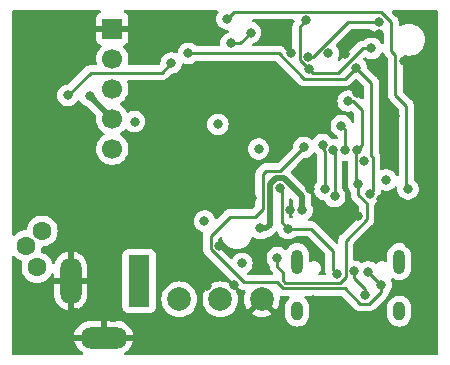
<source format=gbl>
G04 #@! TF.GenerationSoftware,KiCad,Pcbnew,7.0.2-0*
G04 #@! TF.CreationDate,2023-04-23T22:33:30-05:00*
G04 #@! TF.ProjectId,spud_glo_mini,73707564-5f67-46c6-9f5f-6d696e692e6b,rev?*
G04 #@! TF.SameCoordinates,Original*
G04 #@! TF.FileFunction,Copper,L4,Bot*
G04 #@! TF.FilePolarity,Positive*
%FSLAX46Y46*%
G04 Gerber Fmt 4.6, Leading zero omitted, Abs format (unit mm)*
G04 Created by KiCad (PCBNEW 7.0.2-0) date 2023-04-23 22:33:30*
%MOMM*%
%LPD*%
G01*
G04 APERTURE LIST*
G04 #@! TA.AperFunction,ComponentPad*
%ADD10R,1.700000X1.700000*%
G04 #@! TD*
G04 #@! TA.AperFunction,ComponentPad*
%ADD11C,1.700000*%
G04 #@! TD*
G04 #@! TA.AperFunction,ComponentPad*
%ADD12R,1.800000X4.400000*%
G04 #@! TD*
G04 #@! TA.AperFunction,ComponentPad*
%ADD13O,1.800000X4.000000*%
G04 #@! TD*
G04 #@! TA.AperFunction,ComponentPad*
%ADD14O,4.000000X1.800000*%
G04 #@! TD*
G04 #@! TA.AperFunction,ComponentPad*
%ADD15O,1.000000X2.100000*%
G04 #@! TD*
G04 #@! TA.AperFunction,ComponentPad*
%ADD16O,1.000000X1.600000*%
G04 #@! TD*
G04 #@! TA.AperFunction,ComponentPad*
%ADD17C,2.000000*%
G04 #@! TD*
G04 #@! TA.AperFunction,ViaPad*
%ADD18C,0.800000*%
G04 #@! TD*
G04 #@! TA.AperFunction,ViaPad*
%ADD19C,1.600000*%
G04 #@! TD*
G04 #@! TA.AperFunction,Conductor*
%ADD20C,0.250000*%
G04 #@! TD*
G04 #@! TA.AperFunction,Conductor*
%ADD21C,0.500000*%
G04 #@! TD*
G04 APERTURE END LIST*
D10*
X151480000Y-101930000D03*
D11*
X151480000Y-104470000D03*
X151480000Y-107010000D03*
X151480000Y-109550000D03*
X151480000Y-112090000D03*
D12*
X153750000Y-123270000D03*
D13*
X147950000Y-123270000D03*
D14*
X150750000Y-128070000D03*
D15*
X167130000Y-121645000D03*
D16*
X167130000Y-125825000D03*
D15*
X175770000Y-121645000D03*
D16*
X175770000Y-125825000D03*
D17*
X157140000Y-124830000D03*
X160640000Y-124830000D03*
X164140000Y-124830000D03*
D18*
X168157347Y-105372653D03*
X161780000Y-123660000D03*
X173415000Y-103575000D03*
X174039500Y-102351552D03*
X167898000Y-101212000D03*
X168090000Y-104280000D03*
X174039950Y-101352050D03*
X176640000Y-117150000D03*
X169770000Y-104010000D03*
X171150000Y-104090000D03*
X160530000Y-120290000D03*
X170870500Y-110125500D03*
X171198527Y-112188241D03*
X157911800Y-104013000D03*
X173295048Y-115908724D03*
X172120000Y-105210000D03*
X172320000Y-115100000D03*
X171447456Y-108057451D03*
X165451531Y-121295055D03*
X172222038Y-112170539D03*
X170305000Y-116115000D03*
X170191085Y-112171085D03*
X169470000Y-115520000D03*
X169287518Y-111743802D03*
X176640000Y-120130000D03*
D19*
X151560000Y-126020000D03*
D18*
X159477141Y-123731744D03*
X176179500Y-104623832D03*
X165980000Y-111444500D03*
X158051500Y-106235500D03*
X174200500Y-116332000D03*
X158100000Y-108580000D03*
X172796200Y-113106200D03*
X145080000Y-110280000D03*
X156370000Y-103310000D03*
X164530000Y-105590000D03*
X175720000Y-117180000D03*
X158038800Y-101650000D03*
X163310000Y-116250000D03*
X171560000Y-117070000D03*
X168196332Y-115506671D03*
X172188930Y-107387210D03*
X166615623Y-103999500D03*
X152660000Y-118740000D03*
X164340000Y-109900000D03*
X148650000Y-109130000D03*
D19*
X148350000Y-126370000D03*
D18*
X168450000Y-124900000D03*
X168480000Y-109980000D03*
D19*
X150190000Y-124590000D03*
D18*
X148400000Y-104350000D03*
X172310000Y-117770000D03*
X166550000Y-117280000D03*
X175419424Y-109325500D03*
X160422500Y-110017500D03*
X163860000Y-112110000D03*
X172890801Y-124473300D03*
X171976752Y-122454500D03*
X164000507Y-118830410D03*
X167549503Y-117280000D03*
X174680000Y-114740000D03*
X161188400Y-101100500D03*
X176517300Y-115481100D03*
X149550000Y-107620000D03*
X156460000Y-104840000D03*
X147720000Y-107570000D03*
D19*
X145110000Y-122120000D03*
D18*
X159281408Y-118211408D03*
X162450000Y-121790000D03*
D19*
X145540000Y-119050000D03*
D18*
X153370711Y-109790711D03*
D19*
X144190000Y-120280000D03*
D18*
X161530000Y-103130000D03*
X163187500Y-102252500D03*
X165660000Y-115420000D03*
X170468801Y-122723399D03*
X166350000Y-118843673D03*
X174257652Y-123614500D03*
X173140000Y-122500000D03*
X167690000Y-111960000D03*
D20*
X167690000Y-111960000D02*
X165720000Y-113930000D01*
X159805000Y-120590305D02*
X162621600Y-123406905D01*
X165720000Y-113930000D02*
X165720000Y-113950000D01*
X174257652Y-124172348D02*
X174257652Y-123614500D01*
X165720000Y-113950000D02*
X164484695Y-113950000D01*
X164235000Y-117185000D02*
X163595000Y-117825000D01*
X164235000Y-114199695D02*
X164235000Y-117185000D01*
X164484695Y-113950000D02*
X164235000Y-114199695D01*
X163595000Y-117825000D02*
X161429746Y-117825000D01*
X161429746Y-117825000D02*
X159805000Y-119449746D01*
X159805000Y-119449746D02*
X159805000Y-120590305D01*
X162621600Y-123406905D02*
X165460000Y-123406905D01*
X165460000Y-123406905D02*
X165951494Y-123898399D01*
X165951494Y-123898399D02*
X171148399Y-123898399D01*
X171148399Y-123898399D02*
X172448300Y-125198300D01*
X172448300Y-125198300D02*
X173231700Y-125198300D01*
X173231700Y-125198300D02*
X174257652Y-124172348D01*
D21*
X164489590Y-118830410D02*
X164810000Y-118510000D01*
X167549503Y-116107421D02*
X167549503Y-117280000D01*
X164810000Y-118510000D02*
X164810000Y-115067918D01*
X164810000Y-115067918D02*
X165307918Y-114570000D01*
X164000507Y-118830410D02*
X164489590Y-118830410D01*
X166012082Y-114570000D02*
X167549503Y-116107421D01*
X165307918Y-114570000D02*
X166012082Y-114570000D01*
D20*
X168157348Y-105372653D02*
X168474695Y-105690000D01*
X168157347Y-105372653D02*
X168157348Y-105372653D01*
X168157347Y-105372652D02*
X168157347Y-105372653D01*
X167365000Y-101745000D02*
X167365000Y-104580305D01*
X168474695Y-105690000D02*
X170575305Y-105690000D01*
X167365000Y-104580305D02*
X168157347Y-105372652D01*
X170575305Y-105690000D02*
X172690305Y-103575000D01*
X167898000Y-101212000D02*
X167365000Y-101745000D01*
X172690305Y-103575000D02*
X173415000Y-103575000D01*
X174039950Y-101352050D02*
X171402645Y-101352050D01*
X171402645Y-101352050D02*
X168474695Y-104280000D01*
X168474695Y-104280000D02*
X168090000Y-104280000D01*
X161801400Y-100487500D02*
X174200000Y-100487500D01*
X175105000Y-101392500D02*
X175105000Y-103815400D01*
X161188400Y-101100500D02*
X161801400Y-100487500D01*
X174200000Y-100487500D02*
X175105000Y-101392500D01*
X175105000Y-103815400D02*
X175455000Y-104165400D01*
X176375000Y-108430000D02*
X176375000Y-115338800D01*
X175455000Y-107510000D02*
X176375000Y-108430000D01*
X175455000Y-104165400D02*
X175455000Y-107510000D01*
X176375000Y-115338800D02*
X176517300Y-115481100D01*
X172120000Y-105210000D02*
X171185000Y-106145000D01*
X171185000Y-106145000D02*
X167735818Y-106145000D01*
X173521200Y-112805895D02*
X173521200Y-115682572D01*
X165603818Y-104013000D02*
X157911800Y-104013000D01*
X167735818Y-106145000D02*
X165603818Y-104013000D01*
X173420000Y-106510000D02*
X173420000Y-112704695D01*
X172120000Y-105210000D02*
X173420000Y-106510000D01*
X173420000Y-112704695D02*
X173521200Y-112805895D01*
X173521200Y-115682572D02*
X173295048Y-115908724D01*
X171198527Y-110453527D02*
X170870500Y-110125500D01*
X171198527Y-112188241D02*
X171198527Y-110453527D01*
X173035000Y-118070305D02*
X173035000Y-116697800D01*
X172071200Y-114851200D02*
X172320000Y-115100000D01*
X172320000Y-115982800D02*
X172320000Y-115100000D01*
X171251752Y-122965753D02*
X171251752Y-119853553D01*
X171251752Y-119853553D02*
X173035000Y-118070305D01*
X171447456Y-108057451D02*
X171857451Y-108057451D01*
X172595000Y-108795000D02*
X172595000Y-111797577D01*
X172595000Y-111797577D02*
X172222038Y-112170539D01*
X165451531Y-121295055D02*
X165451531Y-122056302D01*
X170769106Y-123448399D02*
X171251752Y-122965753D01*
X165910000Y-122514771D02*
X165910000Y-123220509D01*
X172222038Y-112170539D02*
X172071200Y-112321377D01*
X173035000Y-116697800D02*
X172320000Y-115982800D01*
X166137890Y-123448399D02*
X170769106Y-123448399D01*
X165451531Y-122056302D02*
X165910000Y-122514771D01*
X171857451Y-108057451D02*
X172595000Y-108795000D01*
X172071200Y-112321377D02*
X172071200Y-114851200D01*
X165910000Y-123220509D02*
X166137890Y-123448399D01*
X170305000Y-116115000D02*
X170305000Y-112285000D01*
X170305000Y-112285000D02*
X170191085Y-112171085D01*
X169470000Y-115520000D02*
X169470000Y-112284695D01*
X169282652Y-112097347D02*
X169282652Y-111748668D01*
X169282652Y-111748668D02*
X169287518Y-111743802D01*
X169470000Y-112284695D02*
X169282652Y-112097347D01*
X171976752Y-122454500D02*
X171976752Y-123030952D01*
X171976752Y-123030952D02*
X172890801Y-123945001D01*
X172890801Y-123945001D02*
X172890801Y-124473300D01*
D21*
X151480000Y-109550000D02*
X149550000Y-107620000D01*
D20*
X149645000Y-105645000D02*
X155655000Y-105645000D01*
X147720000Y-107570000D02*
X149645000Y-105645000D01*
X155655000Y-105645000D02*
X156460000Y-104840000D01*
X161530000Y-103130000D02*
X162310000Y-103130000D01*
X162310000Y-103130000D02*
X163187500Y-102252500D01*
X170129200Y-120709200D02*
X170129200Y-122383798D01*
X165825000Y-118318673D02*
X165825000Y-115585000D01*
X170129200Y-122383798D02*
X170468801Y-122723399D01*
X166350000Y-118843673D02*
X168263673Y-118843673D01*
X165825000Y-115585000D02*
X165660000Y-115420000D01*
X166350000Y-118843673D02*
X165825000Y-118318673D01*
X168263673Y-118843673D02*
X170129200Y-120709200D01*
X174257652Y-123614500D02*
X174254500Y-123614500D01*
X174254500Y-123614500D02*
X173140000Y-122500000D01*
G04 #@! TA.AperFunction,Conductor*
G36*
X150468447Y-100383002D02*
G01*
X150514940Y-100436658D01*
X150525044Y-100506932D01*
X150495550Y-100571512D01*
X150444358Y-100607056D01*
X150384037Y-100629554D01*
X150267095Y-100717095D01*
X150179554Y-100834037D01*
X150128505Y-100970906D01*
X150122359Y-101028063D01*
X150122000Y-101034777D01*
X150122000Y-101676000D01*
X151048884Y-101676000D01*
X151020507Y-101720156D01*
X150980000Y-101858111D01*
X150980000Y-102001889D01*
X151020507Y-102139844D01*
X151048884Y-102184000D01*
X150122000Y-102184000D01*
X150122000Y-102825222D01*
X150122359Y-102831936D01*
X150128505Y-102889093D01*
X150179554Y-103025962D01*
X150267095Y-103142904D01*
X150384037Y-103230445D01*
X150499172Y-103273388D01*
X150556008Y-103315935D01*
X150580819Y-103382455D01*
X150565728Y-103451829D01*
X150547841Y-103476782D01*
X150404278Y-103632731D01*
X150281139Y-103821209D01*
X150190702Y-104027388D01*
X150135437Y-104245627D01*
X150135436Y-104245632D01*
X150116844Y-104470000D01*
X150135436Y-104694368D01*
X150135436Y-104694371D01*
X150135437Y-104694372D01*
X150176004Y-104854569D01*
X150173337Y-104925516D01*
X150132736Y-104983757D01*
X150067093Y-105010803D01*
X150053860Y-105011500D01*
X149728853Y-105011500D01*
X149708064Y-105009204D01*
X149637014Y-105011438D01*
X149633055Y-105011500D01*
X149605144Y-105011500D01*
X149601218Y-105011995D01*
X149601200Y-105011997D01*
X149601108Y-105012009D01*
X149589303Y-105012937D01*
X149545110Y-105014326D01*
X149525657Y-105019978D01*
X149506303Y-105023986D01*
X149486202Y-105026525D01*
X149445098Y-105042800D01*
X149433869Y-105046645D01*
X149391405Y-105058982D01*
X149373964Y-105069296D01*
X149356217Y-105077990D01*
X149337384Y-105085447D01*
X149301611Y-105111437D01*
X149291693Y-105117951D01*
X149253639Y-105140457D01*
X149239312Y-105154783D01*
X149224283Y-105167618D01*
X149207894Y-105179525D01*
X149179701Y-105213604D01*
X149171713Y-105222381D01*
X147769500Y-106624595D01*
X147707188Y-106658620D01*
X147680405Y-106661500D01*
X147624513Y-106661500D01*
X147527123Y-106682201D01*
X147437711Y-106701206D01*
X147309743Y-106758181D01*
X147265223Y-106778003D01*
X147263246Y-106778883D01*
X147108747Y-106891133D01*
X146980958Y-107033057D01*
X146885472Y-107198443D01*
X146826458Y-107380070D01*
X146806496Y-107570000D01*
X146826458Y-107759929D01*
X146885472Y-107941556D01*
X146980958Y-108106942D01*
X147020798Y-108151189D01*
X147108747Y-108248866D01*
X147263248Y-108361118D01*
X147437712Y-108438794D01*
X147624513Y-108478500D01*
X147624515Y-108478500D01*
X147815485Y-108478500D01*
X147815487Y-108478500D01*
X148002288Y-108438794D01*
X148176752Y-108361118D01*
X148331253Y-108248866D01*
X148459040Y-108106944D01*
X148511446Y-108016173D01*
X148562829Y-107967180D01*
X148632543Y-107953744D01*
X148698454Y-107980130D01*
X148729685Y-108016173D01*
X148810958Y-108156942D01*
X148876823Y-108230092D01*
X148938747Y-108298866D01*
X149093248Y-108411118D01*
X149267712Y-108488794D01*
X149330771Y-108502197D01*
X149393244Y-108535926D01*
X149393668Y-108536349D01*
X150097774Y-109240455D01*
X150131800Y-109302767D01*
X150134249Y-109339955D01*
X150116844Y-109550000D01*
X150135436Y-109774368D01*
X150135436Y-109774371D01*
X150135437Y-109774372D01*
X150190702Y-109992611D01*
X150281139Y-110198790D01*
X150286783Y-110207429D01*
X150404278Y-110387268D01*
X150520592Y-110513618D01*
X150556762Y-110552908D01*
X150658611Y-110632181D01*
X150734424Y-110691189D01*
X150767682Y-110709187D01*
X150818070Y-110759197D01*
X150833423Y-110828513D01*
X150808863Y-110895127D01*
X150767683Y-110930811D01*
X150734423Y-110948810D01*
X150556762Y-111087091D01*
X150404278Y-111252731D01*
X150281139Y-111441209D01*
X150190702Y-111647388D01*
X150159635Y-111770072D01*
X150135436Y-111865632D01*
X150116844Y-112090000D01*
X150135436Y-112314368D01*
X150135436Y-112314371D01*
X150135437Y-112314372D01*
X150190702Y-112532611D01*
X150281139Y-112738790D01*
X150365883Y-112868500D01*
X150404278Y-112927268D01*
X150456741Y-112984258D01*
X150556762Y-113092908D01*
X150722356Y-113221796D01*
X150734424Y-113231189D01*
X150932426Y-113338342D01*
X151145365Y-113411444D01*
X151367431Y-113448500D01*
X151367434Y-113448500D01*
X151592566Y-113448500D01*
X151592569Y-113448500D01*
X151814635Y-113411444D01*
X152027574Y-113338342D01*
X152225576Y-113231189D01*
X152403240Y-113092906D01*
X152555722Y-112927268D01*
X152678860Y-112738791D01*
X152769296Y-112532616D01*
X152824564Y-112314368D01*
X152841499Y-112110000D01*
X162946496Y-112110000D01*
X162966458Y-112299929D01*
X163025472Y-112481556D01*
X163120958Y-112646942D01*
X163203658Y-112738790D01*
X163248747Y-112788866D01*
X163403248Y-112901118D01*
X163577712Y-112978794D01*
X163764513Y-113018500D01*
X163764515Y-113018500D01*
X163955485Y-113018500D01*
X163955487Y-113018500D01*
X164142288Y-112978794D01*
X164316752Y-112901118D01*
X164471253Y-112788866D01*
X164599040Y-112646944D01*
X164694527Y-112481556D01*
X164753542Y-112299928D01*
X164773504Y-112110000D01*
X164753542Y-111920072D01*
X164694527Y-111738444D01*
X164694527Y-111738443D01*
X164599041Y-111573057D01*
X164535146Y-111502094D01*
X164471253Y-111431134D01*
X164316752Y-111318882D01*
X164142288Y-111241206D01*
X163955487Y-111201500D01*
X163764513Y-111201500D01*
X163639979Y-111227970D01*
X163577711Y-111241206D01*
X163403246Y-111318883D01*
X163248747Y-111431133D01*
X163120958Y-111573057D01*
X163025472Y-111738443D01*
X162966458Y-111920070D01*
X162946496Y-112110000D01*
X152841499Y-112110000D01*
X152843156Y-112090000D01*
X152824564Y-111865632D01*
X152769296Y-111647384D01*
X152678860Y-111441209D01*
X152555722Y-111252732D01*
X152403240Y-111087094D01*
X152403239Y-111087093D01*
X152403237Y-111087091D01*
X152225578Y-110948812D01*
X152192317Y-110930812D01*
X152141927Y-110880798D01*
X152126576Y-110811481D01*
X152151138Y-110744868D01*
X152192315Y-110709188D01*
X152225576Y-110691189D01*
X152403240Y-110552906D01*
X152527519Y-110417903D01*
X152588372Y-110381333D01*
X152659337Y-110383468D01*
X152713856Y-110418931D01*
X152759458Y-110469577D01*
X152913959Y-110581829D01*
X153088423Y-110659505D01*
X153275224Y-110699211D01*
X153275226Y-110699211D01*
X153466196Y-110699211D01*
X153466198Y-110699211D01*
X153652999Y-110659505D01*
X153827463Y-110581829D01*
X153981964Y-110469577D01*
X154109751Y-110327655D01*
X154205238Y-110162267D01*
X154252276Y-110017500D01*
X159508996Y-110017500D01*
X159528958Y-110207429D01*
X159587972Y-110389056D01*
X159683458Y-110554442D01*
X159806581Y-110691184D01*
X159811247Y-110696366D01*
X159965748Y-110808618D01*
X160140212Y-110886294D01*
X160327013Y-110926000D01*
X160327015Y-110926000D01*
X160517985Y-110926000D01*
X160517987Y-110926000D01*
X160704788Y-110886294D01*
X160879252Y-110808618D01*
X161033753Y-110696366D01*
X161161540Y-110554444D01*
X161257027Y-110389056D01*
X161316042Y-110207428D01*
X161336004Y-110017500D01*
X161316042Y-109827572D01*
X161257027Y-109645944D01*
X161257027Y-109645943D01*
X161161541Y-109480557D01*
X161033752Y-109338633D01*
X160916944Y-109253767D01*
X160879252Y-109226382D01*
X160704788Y-109148706D01*
X160517987Y-109109000D01*
X160327013Y-109109000D01*
X160202479Y-109135470D01*
X160140211Y-109148706D01*
X160000196Y-109211044D01*
X159986821Y-109217000D01*
X159965746Y-109226383D01*
X159811247Y-109338633D01*
X159683458Y-109480557D01*
X159587972Y-109645943D01*
X159528958Y-109827570D01*
X159508996Y-110017500D01*
X154252276Y-110017500D01*
X154264253Y-109980639D01*
X154284215Y-109790711D01*
X154264253Y-109600783D01*
X154205238Y-109419155D01*
X154205238Y-109419154D01*
X154109752Y-109253768D01*
X153981963Y-109111844D01*
X153857128Y-109021146D01*
X153827463Y-108999593D01*
X153652999Y-108921917D01*
X153466198Y-108882211D01*
X153275224Y-108882211D01*
X153150690Y-108908681D01*
X153088422Y-108921917D01*
X152913955Y-108999595D01*
X152894992Y-109013372D01*
X152828124Y-109037229D01*
X152758972Y-109021146D01*
X152709494Y-108970231D01*
X152705546Y-108962047D01*
X152678860Y-108901209D01*
X152555721Y-108712731D01*
X152403240Y-108547094D01*
X152403239Y-108547093D01*
X152403237Y-108547091D01*
X152225578Y-108408812D01*
X152192317Y-108390812D01*
X152141927Y-108340798D01*
X152126576Y-108271481D01*
X152151138Y-108204868D01*
X152192315Y-108169188D01*
X152225576Y-108151189D01*
X152403240Y-108012906D01*
X152555722Y-107847268D01*
X152678860Y-107658791D01*
X152769296Y-107452616D01*
X152824564Y-107234368D01*
X152843156Y-107010000D01*
X152824564Y-106785632D01*
X152769296Y-106567384D01*
X152720048Y-106455110D01*
X152711003Y-106384695D01*
X152741464Y-106320565D01*
X152801760Y-106283084D01*
X152835437Y-106278500D01*
X155571147Y-106278500D01*
X155591935Y-106280795D01*
X155594907Y-106280701D01*
X155594909Y-106280702D01*
X155662985Y-106278562D01*
X155666945Y-106278500D01*
X155690894Y-106278500D01*
X155694856Y-106278500D01*
X155698856Y-106277994D01*
X155710699Y-106277061D01*
X155754889Y-106275673D01*
X155774338Y-106270021D01*
X155793698Y-106266012D01*
X155813797Y-106263474D01*
X155854915Y-106247193D01*
X155866117Y-106243357D01*
X155908593Y-106231018D01*
X155926039Y-106220699D01*
X155943780Y-106212009D01*
X155962617Y-106204552D01*
X155998392Y-106178558D01*
X156008303Y-106172048D01*
X156046362Y-106149542D01*
X156060691Y-106135212D01*
X156075719Y-106122377D01*
X156092107Y-106110472D01*
X156120298Y-106076393D01*
X156128268Y-106067634D01*
X156410499Y-105785404D01*
X156472812Y-105751379D01*
X156499595Y-105748500D01*
X156555485Y-105748500D01*
X156555487Y-105748500D01*
X156742288Y-105708794D01*
X156916752Y-105631118D01*
X157071253Y-105518866D01*
X157199040Y-105376944D01*
X157294527Y-105211556D01*
X157353542Y-105029928D01*
X157362624Y-104943509D01*
X157389636Y-104877857D01*
X157447857Y-104837226D01*
X157518802Y-104834523D01*
X157539175Y-104841573D01*
X157629512Y-104881794D01*
X157816313Y-104921500D01*
X157816315Y-104921500D01*
X158007285Y-104921500D01*
X158007287Y-104921500D01*
X158194088Y-104881794D01*
X158368552Y-104804118D01*
X158523053Y-104691866D01*
X158526364Y-104688188D01*
X158586812Y-104650949D01*
X158620000Y-104646500D01*
X165289224Y-104646500D01*
X165357345Y-104666502D01*
X165378319Y-104683405D01*
X167228569Y-106533655D01*
X167241653Y-106549985D01*
X167293484Y-106598657D01*
X167296327Y-106601413D01*
X167316048Y-106621134D01*
X167319169Y-106623555D01*
X167319177Y-106623562D01*
X167319243Y-106623613D01*
X167328263Y-106631317D01*
X167360497Y-106661586D01*
X167378253Y-106671347D01*
X167394769Y-106682196D01*
X167410777Y-106694613D01*
X167450971Y-106712006D01*
X167451343Y-106712167D01*
X167462006Y-106717391D01*
X167500753Y-106738693D01*
X167500755Y-106738693D01*
X167500758Y-106738695D01*
X167520392Y-106743736D01*
X167539077Y-106750134D01*
X167557673Y-106758181D01*
X167601348Y-106765098D01*
X167612943Y-106767498D01*
X167655788Y-106778500D01*
X167676042Y-106778500D01*
X167695752Y-106780051D01*
X167715760Y-106783220D01*
X167715760Y-106783219D01*
X167715761Y-106783220D01*
X167759779Y-106779058D01*
X167771637Y-106778500D01*
X171101147Y-106778500D01*
X171121935Y-106780795D01*
X171124907Y-106780701D01*
X171124909Y-106780702D01*
X171192985Y-106778562D01*
X171196945Y-106778500D01*
X171220894Y-106778500D01*
X171224856Y-106778500D01*
X171228856Y-106777994D01*
X171240699Y-106777061D01*
X171284889Y-106775673D01*
X171304338Y-106770021D01*
X171323698Y-106766012D01*
X171343797Y-106763474D01*
X171384915Y-106747193D01*
X171396117Y-106743357D01*
X171438593Y-106731018D01*
X171456039Y-106720699D01*
X171473780Y-106712009D01*
X171492617Y-106704552D01*
X171528392Y-106678558D01*
X171538303Y-106672048D01*
X171576362Y-106649542D01*
X171590691Y-106635212D01*
X171605719Y-106622377D01*
X171622107Y-106610472D01*
X171650298Y-106576393D01*
X171658268Y-106567634D01*
X172030906Y-106194997D01*
X172093217Y-106160973D01*
X172164033Y-106166038D01*
X172209092Y-106194996D01*
X172749597Y-106735501D01*
X172783620Y-106797810D01*
X172786500Y-106824593D01*
X172786500Y-107786404D01*
X172766498Y-107854525D01*
X172712842Y-107901018D01*
X172642568Y-107911122D01*
X172577988Y-107881628D01*
X172571405Y-107875500D01*
X172364697Y-107668793D01*
X172351622Y-107652472D01*
X172299798Y-107603806D01*
X172296956Y-107601051D01*
X172280025Y-107584120D01*
X172277221Y-107581316D01*
X172274026Y-107578837D01*
X172265005Y-107571133D01*
X172263798Y-107570000D01*
X172246641Y-107553888D01*
X172232772Y-107540864D01*
X172215016Y-107531103D01*
X172198492Y-107520248D01*
X172169916Y-107498082D01*
X172171417Y-107496145D01*
X172151979Y-107482171D01*
X172058710Y-107378586D01*
X172058708Y-107378584D01*
X171904208Y-107266333D01*
X171729744Y-107188657D01*
X171542943Y-107148951D01*
X171351969Y-107148951D01*
X171227434Y-107175421D01*
X171165167Y-107188657D01*
X170990702Y-107266334D01*
X170836203Y-107378584D01*
X170708414Y-107520508D01*
X170612928Y-107685894D01*
X170553914Y-107867521D01*
X170533952Y-108057451D01*
X170553914Y-108247380D01*
X170612928Y-108429007D01*
X170708414Y-108594393D01*
X170708416Y-108594395D01*
X170836203Y-108736317D01*
X170990704Y-108848569D01*
X171165168Y-108926245D01*
X171351969Y-108965951D01*
X171351971Y-108965951D01*
X171542941Y-108965951D01*
X171542943Y-108965951D01*
X171729744Y-108926245D01*
X171729746Y-108926244D01*
X171742698Y-108923491D01*
X171743519Y-108927355D01*
X171790604Y-108921041D01*
X171854902Y-108951146D01*
X171860584Y-108956488D01*
X171924595Y-109020499D01*
X171958621Y-109082811D01*
X171961500Y-109109594D01*
X171961500Y-109747753D01*
X171941498Y-109815874D01*
X171887842Y-109862367D01*
X171817568Y-109872471D01*
X171752988Y-109842977D01*
X171715667Y-109786689D01*
X171705027Y-109753944D01*
X171609541Y-109588557D01*
X171481752Y-109446633D01*
X171404502Y-109390508D01*
X171327252Y-109334382D01*
X171152788Y-109256706D01*
X170965987Y-109217000D01*
X170775013Y-109217000D01*
X170664667Y-109240455D01*
X170588211Y-109256706D01*
X170413746Y-109334383D01*
X170259247Y-109446633D01*
X170131458Y-109588557D01*
X170035972Y-109753943D01*
X169976958Y-109935570D01*
X169956996Y-110125500D01*
X169976958Y-110315429D01*
X170035972Y-110497056D01*
X170131458Y-110662442D01*
X170157339Y-110691186D01*
X170259247Y-110804366D01*
X170413748Y-110916618D01*
X170490276Y-110950690D01*
X170544371Y-110996668D01*
X170565021Y-111064596D01*
X170565027Y-111065796D01*
X170565027Y-111166175D01*
X170545025Y-111234296D01*
X170491369Y-111280789D01*
X170421095Y-111290893D01*
X170412830Y-111289422D01*
X170385722Y-111283660D01*
X170286572Y-111262585D01*
X170131479Y-111262585D01*
X170063358Y-111242583D01*
X170037172Y-111215122D01*
X170035420Y-111216700D01*
X169898770Y-111064935D01*
X169821520Y-111008810D01*
X169744270Y-110952684D01*
X169569806Y-110875008D01*
X169383005Y-110835302D01*
X169192031Y-110835302D01*
X169067497Y-110861772D01*
X169005229Y-110875008D01*
X168830764Y-110952685D01*
X168676265Y-111064935D01*
X168548478Y-111206857D01*
X168512471Y-111269223D01*
X168461088Y-111318216D01*
X168391374Y-111331651D01*
X168325463Y-111305264D01*
X168309716Y-111290533D01*
X168301252Y-111281133D01*
X168199020Y-111206857D01*
X168146752Y-111168882D01*
X167972288Y-111091206D01*
X167785487Y-111051500D01*
X167594513Y-111051500D01*
X167469978Y-111077970D01*
X167407711Y-111091206D01*
X167233246Y-111168883D01*
X167078747Y-111281133D01*
X166950958Y-111423057D01*
X166855472Y-111588443D01*
X166796458Y-111770070D01*
X166779093Y-111935292D01*
X166752080Y-112000949D01*
X166742878Y-112011216D01*
X165474500Y-113279595D01*
X165412188Y-113313620D01*
X165385405Y-113316500D01*
X164568548Y-113316500D01*
X164547759Y-113314204D01*
X164476709Y-113316438D01*
X164472750Y-113316500D01*
X164444839Y-113316500D01*
X164440913Y-113316995D01*
X164440895Y-113316997D01*
X164440803Y-113317009D01*
X164428998Y-113317937D01*
X164384806Y-113319326D01*
X164365353Y-113324978D01*
X164345999Y-113328986D01*
X164325900Y-113331525D01*
X164311785Y-113337113D01*
X164284786Y-113347802D01*
X164273569Y-113351643D01*
X164231102Y-113363982D01*
X164213659Y-113374297D01*
X164195912Y-113382990D01*
X164177079Y-113390446D01*
X164141306Y-113416437D01*
X164131388Y-113422951D01*
X164093333Y-113445457D01*
X164079004Y-113459785D01*
X164063981Y-113472616D01*
X164047588Y-113484527D01*
X164019401Y-113518598D01*
X164011414Y-113527375D01*
X163846331Y-113692457D01*
X163830017Y-113705527D01*
X163781369Y-113757331D01*
X163778621Y-113760167D01*
X163761667Y-113777122D01*
X163761660Y-113777129D01*
X163758865Y-113779925D01*
X163756442Y-113783047D01*
X163756426Y-113783066D01*
X163756365Y-113783146D01*
X163748689Y-113792131D01*
X163718414Y-113824372D01*
X163708652Y-113842129D01*
X163697801Y-113858647D01*
X163685385Y-113874654D01*
X163667824Y-113915234D01*
X163662604Y-113925890D01*
X163641304Y-113964635D01*
X163636267Y-113984254D01*
X163629864Y-114002956D01*
X163621818Y-114021550D01*
X163614901Y-114065219D01*
X163612495Y-114076839D01*
X163601500Y-114119664D01*
X163601500Y-114139918D01*
X163599949Y-114159628D01*
X163596779Y-114179637D01*
X163600941Y-114223656D01*
X163601500Y-114235514D01*
X163601500Y-116870405D01*
X163581498Y-116938526D01*
X163564595Y-116959500D01*
X163369500Y-117154595D01*
X163307188Y-117188621D01*
X163280405Y-117191500D01*
X161513599Y-117191500D01*
X161492809Y-117189204D01*
X161421747Y-117191438D01*
X161417789Y-117191500D01*
X161389890Y-117191500D01*
X161385965Y-117191995D01*
X161385944Y-117191997D01*
X161385870Y-117192007D01*
X161374059Y-117192936D01*
X161329854Y-117194325D01*
X161310397Y-117199978D01*
X161291047Y-117203986D01*
X161270948Y-117206525D01*
X161229839Y-117222802D01*
X161218611Y-117226646D01*
X161176154Y-117238981D01*
X161158710Y-117249297D01*
X161140963Y-117257990D01*
X161122130Y-117265446D01*
X161086357Y-117291437D01*
X161076439Y-117297951D01*
X161038385Y-117320457D01*
X161024058Y-117334783D01*
X161009029Y-117347618D01*
X160992640Y-117359525D01*
X160964447Y-117393604D01*
X160956459Y-117402381D01*
X160360169Y-117998671D01*
X160297857Y-118032697D01*
X160227042Y-118027632D01*
X160170206Y-117985085D01*
X160151241Y-117948512D01*
X160115935Y-117839851D01*
X160020449Y-117674465D01*
X159892660Y-117532541D01*
X159738161Y-117420291D01*
X159738160Y-117420290D01*
X159563696Y-117342614D01*
X159376895Y-117302908D01*
X159185921Y-117302908D01*
X159061387Y-117329378D01*
X158999119Y-117342614D01*
X158824654Y-117420291D01*
X158670155Y-117532541D01*
X158542366Y-117674465D01*
X158446880Y-117839851D01*
X158387866Y-118021478D01*
X158367904Y-118211408D01*
X158387866Y-118401337D01*
X158446880Y-118582964D01*
X158542366Y-118748350D01*
X158608605Y-118821916D01*
X158670155Y-118890274D01*
X158824656Y-119002526D01*
X158999120Y-119080202D01*
X159100860Y-119101827D01*
X159163331Y-119135554D01*
X159197653Y-119197703D01*
X159193775Y-119255797D01*
X159194308Y-119255882D01*
X159193378Y-119261751D01*
X159192925Y-119268543D01*
X159191893Y-119271122D01*
X159184901Y-119315270D01*
X159182495Y-119326890D01*
X159171500Y-119369715D01*
X159171500Y-119389969D01*
X159169949Y-119409679D01*
X159166779Y-119429688D01*
X159170941Y-119473707D01*
X159171500Y-119485565D01*
X159171500Y-120506452D01*
X159169204Y-120527240D01*
X159171438Y-120598289D01*
X159171500Y-120602248D01*
X159171500Y-120630161D01*
X159171995Y-120634079D01*
X159171997Y-120634111D01*
X159172008Y-120634193D01*
X159172937Y-120646002D01*
X159174326Y-120690197D01*
X159179977Y-120709646D01*
X159183986Y-120729001D01*
X159186525Y-120749099D01*
X159202801Y-120790208D01*
X159206644Y-120801435D01*
X159218980Y-120843895D01*
X159229294Y-120861335D01*
X159237987Y-120879079D01*
X159245448Y-120897922D01*
X159245449Y-120897924D01*
X159271431Y-120933685D01*
X159277948Y-120943606D01*
X159300458Y-120981668D01*
X159314778Y-120995988D01*
X159327618Y-121011021D01*
X159339526Y-121027410D01*
X159339527Y-121027411D01*
X159339528Y-121027412D01*
X159373598Y-121055597D01*
X159382378Y-121063587D01*
X162114354Y-123795564D01*
X162127433Y-123811888D01*
X162179250Y-123860547D01*
X162182092Y-123863302D01*
X162201830Y-123883040D01*
X162204960Y-123885468D01*
X162205032Y-123885524D01*
X162214042Y-123893219D01*
X162246279Y-123923491D01*
X162264026Y-123933247D01*
X162280550Y-123944101D01*
X162296559Y-123956519D01*
X162337142Y-123974080D01*
X162347793Y-123979298D01*
X162386540Y-124000600D01*
X162406160Y-124005637D01*
X162424867Y-124012042D01*
X162431480Y-124014903D01*
X162443454Y-124020086D01*
X162454105Y-124021772D01*
X162487130Y-124027003D01*
X162498725Y-124029403D01*
X162541570Y-124040405D01*
X162561824Y-124040405D01*
X162581534Y-124041956D01*
X162582210Y-124042063D01*
X162601543Y-124045125D01*
X162633927Y-124042063D01*
X162703625Y-124055565D01*
X162754962Y-124104606D01*
X162771636Y-124173617D01*
X162762193Y-124215721D01*
X162701372Y-124362556D01*
X162645960Y-124593366D01*
X162627337Y-124830000D01*
X162645960Y-125066633D01*
X162701372Y-125297440D01*
X162792208Y-125516738D01*
X162906896Y-125703891D01*
X162906898Y-125703891D01*
X163497912Y-125112876D01*
X163559680Y-125230566D01*
X163672405Y-125357806D01*
X163812305Y-125454371D01*
X163857643Y-125471565D01*
X163266107Y-126063101D01*
X163266107Y-126063102D01*
X163453261Y-126177791D01*
X163672559Y-126268627D01*
X163903366Y-126324039D01*
X164140000Y-126342662D01*
X164376633Y-126324039D01*
X164607440Y-126268627D01*
X164826738Y-126177791D01*
X165013891Y-126063102D01*
X165013892Y-126063101D01*
X164422356Y-125471565D01*
X164467695Y-125454371D01*
X164607595Y-125357806D01*
X164720320Y-125230566D01*
X164782086Y-125112877D01*
X165373101Y-125703892D01*
X165373102Y-125703891D01*
X165487791Y-125516738D01*
X165578627Y-125297440D01*
X165634039Y-125066633D01*
X165652662Y-124830000D01*
X165638303Y-124647542D01*
X165652899Y-124578062D01*
X165702741Y-124527502D01*
X165772006Y-124511916D01*
X165783621Y-124513206D01*
X165817016Y-124518495D01*
X165828623Y-124520899D01*
X165871464Y-124531899D01*
X165891725Y-124531899D01*
X165911433Y-124533449D01*
X165931437Y-124536618D01*
X165931437Y-124536617D01*
X165931438Y-124536618D01*
X165975448Y-124532458D01*
X165987305Y-124531899D01*
X166398241Y-124531899D01*
X166466362Y-124551901D01*
X166512855Y-124605557D01*
X166522959Y-124675831D01*
X166493465Y-124740411D01*
X166478175Y-124755298D01*
X166413429Y-124808433D01*
X166287406Y-124961992D01*
X166193758Y-125137197D01*
X166136091Y-125327298D01*
X166125901Y-125430767D01*
X166121500Y-125475453D01*
X166121500Y-126174547D01*
X166121802Y-126177619D01*
X166121803Y-126177627D01*
X166136091Y-126322701D01*
X166193758Y-126512802D01*
X166287406Y-126688007D01*
X166413431Y-126841568D01*
X166566992Y-126967593D01*
X166602951Y-126986813D01*
X166742196Y-127061241D01*
X166837247Y-127090074D01*
X166932298Y-127118908D01*
X167129999Y-127138380D01*
X167129999Y-127138379D01*
X167130000Y-127138380D01*
X167327701Y-127118908D01*
X167517804Y-127061241D01*
X167693004Y-126967595D01*
X167693005Y-126967593D01*
X167693007Y-126967593D01*
X167846568Y-126841568D01*
X167972593Y-126688007D01*
X167972595Y-126688004D01*
X168066241Y-126512804D01*
X168123908Y-126322701D01*
X168138500Y-126174547D01*
X174761500Y-126174547D01*
X174761802Y-126177619D01*
X174761803Y-126177627D01*
X174776091Y-126322701D01*
X174833758Y-126512802D01*
X174927406Y-126688007D01*
X175053431Y-126841568D01*
X175206992Y-126967593D01*
X175242951Y-126986813D01*
X175382196Y-127061241D01*
X175477247Y-127090074D01*
X175572298Y-127118908D01*
X175769999Y-127138380D01*
X175769999Y-127138379D01*
X175770000Y-127138380D01*
X175967701Y-127118908D01*
X176157804Y-127061241D01*
X176333004Y-126967595D01*
X176333005Y-126967593D01*
X176333007Y-126967593D01*
X176486568Y-126841568D01*
X176612593Y-126688007D01*
X176612595Y-126688004D01*
X176706241Y-126512804D01*
X176763908Y-126322701D01*
X176778500Y-126174547D01*
X176778500Y-125475453D01*
X176763908Y-125327299D01*
X176754850Y-125297440D01*
X176706241Y-125137197D01*
X176706241Y-125137196D01*
X176612595Y-124961996D01*
X176612593Y-124961992D01*
X176486568Y-124808431D01*
X176333007Y-124682406D01*
X176157802Y-124588758D01*
X175967701Y-124531091D01*
X175769999Y-124511619D01*
X175572298Y-124531091D01*
X175382197Y-124588758D01*
X175206992Y-124682406D01*
X175053431Y-124808431D01*
X174927406Y-124961992D01*
X174833758Y-125137197D01*
X174776091Y-125327298D01*
X174765901Y-125430767D01*
X174761500Y-125475453D01*
X174761500Y-126174547D01*
X168138500Y-126174547D01*
X168138500Y-125475453D01*
X168123908Y-125327299D01*
X168114850Y-125297440D01*
X168066241Y-125137197D01*
X168066241Y-125137196D01*
X167972595Y-124961996D01*
X167972593Y-124961992D01*
X167846570Y-124808433D01*
X167781825Y-124755298D01*
X167741857Y-124696621D01*
X167739956Y-124625650D01*
X167776727Y-124564918D01*
X167840495Y-124533706D01*
X167861759Y-124531899D01*
X170833805Y-124531899D01*
X170901926Y-124551901D01*
X170922900Y-124568804D01*
X171941051Y-125586955D01*
X171954135Y-125603285D01*
X172005966Y-125651957D01*
X172008809Y-125654713D01*
X172028531Y-125674435D01*
X172031659Y-125676861D01*
X172031660Y-125676862D01*
X172031714Y-125676904D01*
X172040746Y-125684617D01*
X172060155Y-125702843D01*
X172072979Y-125714886D01*
X172090732Y-125724646D01*
X172107255Y-125735500D01*
X172123257Y-125747912D01*
X172123260Y-125747914D01*
X172163839Y-125765474D01*
X172174488Y-125770691D01*
X172213235Y-125791993D01*
X172213237Y-125791993D01*
X172213240Y-125791995D01*
X172232874Y-125797036D01*
X172251559Y-125803434D01*
X172270155Y-125811481D01*
X172313830Y-125818398D01*
X172325425Y-125820798D01*
X172368270Y-125831800D01*
X172388524Y-125831800D01*
X172408234Y-125833351D01*
X172428242Y-125836520D01*
X172428242Y-125836519D01*
X172428243Y-125836520D01*
X172472261Y-125832358D01*
X172484119Y-125831800D01*
X173147847Y-125831800D01*
X173168635Y-125834095D01*
X173171607Y-125834001D01*
X173171609Y-125834002D01*
X173239685Y-125831862D01*
X173243645Y-125831800D01*
X173267594Y-125831800D01*
X173271556Y-125831800D01*
X173275556Y-125831294D01*
X173287399Y-125830361D01*
X173331589Y-125828973D01*
X173351038Y-125823321D01*
X173370398Y-125819312D01*
X173390497Y-125816774D01*
X173431615Y-125800493D01*
X173442817Y-125796657D01*
X173485293Y-125784318D01*
X173502739Y-125773999D01*
X173520480Y-125765309D01*
X173539317Y-125757852D01*
X173575092Y-125731858D01*
X173585003Y-125725348D01*
X173623062Y-125702842D01*
X173637391Y-125688512D01*
X173652419Y-125675677D01*
X173668807Y-125663772D01*
X173697003Y-125629686D01*
X173704972Y-125620930D01*
X174646310Y-124679592D01*
X174662631Y-124666518D01*
X174664666Y-124664350D01*
X174664670Y-124664348D01*
X174711328Y-124614660D01*
X174714020Y-124611882D01*
X174733786Y-124592118D01*
X174736253Y-124588936D01*
X174743960Y-124579910D01*
X174774238Y-124547669D01*
X174783995Y-124529918D01*
X174794851Y-124513391D01*
X174807265Y-124497389D01*
X174824824Y-124456809D01*
X174830044Y-124446157D01*
X174851346Y-124407409D01*
X174851347Y-124407408D01*
X174856384Y-124387787D01*
X174862790Y-124369078D01*
X174870833Y-124350493D01*
X174876384Y-124315438D01*
X174906794Y-124251286D01*
X174906941Y-124251121D01*
X174996692Y-124151444D01*
X175092179Y-123986056D01*
X175151194Y-123804428D01*
X175171156Y-123614500D01*
X175151194Y-123424572D01*
X175092179Y-123242944D01*
X175090070Y-123239291D01*
X175073333Y-123170296D01*
X175096554Y-123103204D01*
X175152361Y-123059317D01*
X175223036Y-123052569D01*
X175258584Y-123065169D01*
X175382196Y-123131241D01*
X175477247Y-123160074D01*
X175572298Y-123188908D01*
X175769999Y-123208380D01*
X175769999Y-123208379D01*
X175770000Y-123208380D01*
X175967701Y-123188908D01*
X176157804Y-123131241D01*
X176333004Y-123037595D01*
X176333005Y-123037593D01*
X176333007Y-123037593D01*
X176486568Y-122911568D01*
X176612593Y-122758007D01*
X176621555Y-122741241D01*
X176706241Y-122582804D01*
X176763908Y-122392701D01*
X176778500Y-122244547D01*
X176778500Y-121045453D01*
X176763908Y-120897299D01*
X176760394Y-120885716D01*
X176706241Y-120707197D01*
X176706241Y-120707196D01*
X176612595Y-120531996D01*
X176612593Y-120531992D01*
X176486568Y-120378431D01*
X176333007Y-120252406D01*
X176157802Y-120158758D01*
X175967701Y-120101091D01*
X175770000Y-120081619D01*
X175572298Y-120101091D01*
X175382197Y-120158758D01*
X175206992Y-120252406D01*
X175053431Y-120378431D01*
X174927406Y-120531992D01*
X174833758Y-120707197D01*
X174776091Y-120897298D01*
X174761803Y-121042372D01*
X174761500Y-121045453D01*
X174761500Y-121048545D01*
X174761500Y-121538101D01*
X174741498Y-121606222D01*
X174687842Y-121652715D01*
X174617568Y-121662819D01*
X174587282Y-121654510D01*
X174490236Y-121614312D01*
X174381807Y-121600038D01*
X174381806Y-121600037D01*
X174377720Y-121599500D01*
X174302280Y-121599500D01*
X174298194Y-121600037D01*
X174298192Y-121600038D01*
X174189764Y-121614312D01*
X174049767Y-121672301D01*
X173929547Y-121764550D01*
X173912571Y-121786674D01*
X173855232Y-121828540D01*
X173784361Y-121832760D01*
X173738549Y-121811904D01*
X173708401Y-121790000D01*
X173596752Y-121708882D01*
X173422288Y-121631206D01*
X173235487Y-121591500D01*
X173044513Y-121591500D01*
X172857712Y-121631206D01*
X172857710Y-121631206D01*
X172857709Y-121631207D01*
X172683246Y-121708882D01*
X172663747Y-121723049D01*
X172596879Y-121746907D01*
X172527728Y-121730825D01*
X172515627Y-121723048D01*
X172445780Y-121672301D01*
X172433504Y-121663382D01*
X172259040Y-121585706D01*
X172072239Y-121546000D01*
X172072237Y-121546000D01*
X172011252Y-121546000D01*
X171943131Y-121525998D01*
X171896638Y-121472342D01*
X171885252Y-121420000D01*
X171885252Y-120168146D01*
X171905254Y-120100025D01*
X171922152Y-120079056D01*
X173423658Y-118577549D01*
X173439979Y-118564475D01*
X173442014Y-118562307D01*
X173442018Y-118562305D01*
X173488676Y-118512617D01*
X173491368Y-118509839D01*
X173511135Y-118490074D01*
X173513597Y-118486898D01*
X173521318Y-118477856D01*
X173551586Y-118445626D01*
X173561345Y-118427872D01*
X173572198Y-118411350D01*
X173584614Y-118395345D01*
X173602174Y-118354764D01*
X173607388Y-118344120D01*
X173628695Y-118305365D01*
X173633732Y-118285744D01*
X173640138Y-118267035D01*
X173648181Y-118248450D01*
X173655096Y-118204782D01*
X173657504Y-118193158D01*
X173668500Y-118150334D01*
X173668500Y-118130080D01*
X173670051Y-118110368D01*
X173673220Y-118090362D01*
X173669059Y-118046341D01*
X173668500Y-118034484D01*
X173668500Y-117469928D01*
X173668500Y-116818750D01*
X173688501Y-116750633D01*
X173742157Y-116704140D01*
X173743068Y-116703729D01*
X173751800Y-116699842D01*
X173906301Y-116587590D01*
X174034088Y-116445668D01*
X174129575Y-116280280D01*
X174188590Y-116098652D01*
X174208552Y-115908724D01*
X174189005Y-115722753D01*
X174201777Y-115652920D01*
X174250279Y-115601073D01*
X174319111Y-115583678D01*
X174365563Y-115594480D01*
X174397712Y-115608794D01*
X174584513Y-115648500D01*
X174584515Y-115648500D01*
X174775485Y-115648500D01*
X174775487Y-115648500D01*
X174962288Y-115608794D01*
X175136752Y-115531118D01*
X175291253Y-115418866D01*
X175393024Y-115305837D01*
X175453471Y-115268597D01*
X175524454Y-115269949D01*
X175583439Y-115309462D01*
X175611697Y-115374593D01*
X175611971Y-115403317D01*
X175603796Y-115481100D01*
X175605444Y-115496783D01*
X175623758Y-115671029D01*
X175682772Y-115852656D01*
X175778258Y-116018042D01*
X175836469Y-116082692D01*
X175906047Y-116159966D01*
X176060548Y-116272218D01*
X176235012Y-116349894D01*
X176421813Y-116389600D01*
X176421815Y-116389600D01*
X176612785Y-116389600D01*
X176612787Y-116389600D01*
X176799588Y-116349894D01*
X176974052Y-116272218D01*
X177128553Y-116159966D01*
X177256340Y-116018044D01*
X177351827Y-115852656D01*
X177410842Y-115671028D01*
X177430804Y-115481100D01*
X177410842Y-115291172D01*
X177380231Y-115196962D01*
X177351827Y-115109543D01*
X177256341Y-114944157D01*
X177128552Y-114802233D01*
X177060438Y-114752745D01*
X177017084Y-114696522D01*
X177008499Y-114650814D01*
X177008499Y-108513852D01*
X177010794Y-108493072D01*
X177010700Y-108490093D01*
X177010701Y-108490091D01*
X177008562Y-108422031D01*
X177008500Y-108418073D01*
X177008500Y-108394100D01*
X177008500Y-108390144D01*
X177007993Y-108386134D01*
X177007061Y-108374295D01*
X177006647Y-108361116D01*
X177005673Y-108330110D01*
X177000020Y-108310656D01*
X176996012Y-108291299D01*
X176994585Y-108280000D01*
X176993474Y-108271203D01*
X176977197Y-108230092D01*
X176973358Y-108218882D01*
X176961018Y-108176406D01*
X176950700Y-108158961D01*
X176942008Y-108141216D01*
X176934552Y-108122383D01*
X176923335Y-108106944D01*
X176908564Y-108086613D01*
X176902046Y-108076690D01*
X176890668Y-108057451D01*
X176879542Y-108038637D01*
X176865213Y-108024308D01*
X176852376Y-108009277D01*
X176840473Y-107992893D01*
X176806406Y-107964711D01*
X176797626Y-107956721D01*
X176125404Y-107284499D01*
X176091378Y-107222187D01*
X176088499Y-107195413D01*
X176088499Y-104280649D01*
X176108501Y-104212529D01*
X176162157Y-104166036D01*
X176232431Y-104155932D01*
X176247108Y-104158942D01*
X176344592Y-104185063D01*
X176344596Y-104185064D01*
X176518287Y-104200260D01*
X176518294Y-104200260D01*
X176521034Y-104200500D01*
X176523774Y-104200500D01*
X176636226Y-104200500D01*
X176638966Y-104200500D01*
X176641706Y-104200260D01*
X176641712Y-104200260D01*
X176815403Y-104185064D01*
X176815406Y-104185063D01*
X176815408Y-104185063D01*
X177043663Y-104123903D01*
X177257829Y-104024035D01*
X177451401Y-103888495D01*
X177618495Y-103721401D01*
X177754035Y-103527830D01*
X177853903Y-103313663D01*
X177915063Y-103085408D01*
X177935659Y-102850000D01*
X177915063Y-102614592D01*
X177853903Y-102386337D01*
X177754035Y-102172171D01*
X177618495Y-101978599D01*
X177618494Y-101978598D01*
X177618492Y-101978595D01*
X177451404Y-101811507D01*
X177257829Y-101675965D01*
X177043662Y-101576096D01*
X176815403Y-101514935D01*
X176641712Y-101499739D01*
X176641683Y-101499737D01*
X176638966Y-101499500D01*
X176521034Y-101499500D01*
X176518317Y-101499737D01*
X176518287Y-101499739D01*
X176344596Y-101514935D01*
X176116336Y-101576096D01*
X175917750Y-101668700D01*
X175847559Y-101679361D01*
X175782746Y-101650381D01*
X175743889Y-101590962D01*
X175738500Y-101554505D01*
X175738500Y-101476353D01*
X175740795Y-101455563D01*
X175738562Y-101384513D01*
X175738500Y-101380554D01*
X175738500Y-101356607D01*
X175738500Y-101352644D01*
X175737994Y-101348647D01*
X175737061Y-101336797D01*
X175735673Y-101292610D01*
X175730020Y-101273156D01*
X175726012Y-101253798D01*
X175725228Y-101247592D01*
X175723474Y-101233703D01*
X175707190Y-101192577D01*
X175703359Y-101181388D01*
X175691018Y-101138907D01*
X175680704Y-101121468D01*
X175672008Y-101103716D01*
X175670735Y-101100500D01*
X175664552Y-101084883D01*
X175638571Y-101049124D01*
X175632050Y-101039198D01*
X175609542Y-101001137D01*
X175609541Y-101001137D01*
X175595213Y-100986808D01*
X175582376Y-100971777D01*
X175570473Y-100955393D01*
X175536406Y-100927211D01*
X175527626Y-100919221D01*
X175186500Y-100578095D01*
X175152474Y-100515783D01*
X175157539Y-100444968D01*
X175200086Y-100388132D01*
X175266606Y-100363321D01*
X175275595Y-100363000D01*
X178958499Y-100363000D01*
X179026620Y-100383002D01*
X179073113Y-100436658D01*
X179084499Y-100489000D01*
X179084499Y-129406000D01*
X179064497Y-129474121D01*
X179010841Y-129520614D01*
X178958499Y-129532000D01*
X152612732Y-129532000D01*
X152544611Y-129511998D01*
X152498118Y-129458342D01*
X152488014Y-129388068D01*
X152517508Y-129323488D01*
X152542175Y-129301608D01*
X152737731Y-129169435D01*
X152910767Y-129003594D01*
X153053287Y-128810894D01*
X153161193Y-128596876D01*
X153231375Y-128367707D01*
X153236972Y-128324000D01*
X152161686Y-128324000D01*
X152177641Y-128308045D01*
X152235165Y-128195148D01*
X152254986Y-128070000D01*
X152235165Y-127944852D01*
X152177641Y-127831955D01*
X152161686Y-127816000D01*
X153235587Y-127816000D01*
X153201152Y-127656217D01*
X153111784Y-127433821D01*
X152986119Y-127229728D01*
X152827774Y-127049811D01*
X152641291Y-126899237D01*
X152432057Y-126782352D01*
X152206067Y-126702505D01*
X151969836Y-126662000D01*
X151004000Y-126662000D01*
X151004000Y-127670000D01*
X150496000Y-127670000D01*
X150496000Y-126662000D01*
X149592850Y-126662000D01*
X149587526Y-126662226D01*
X149411184Y-126677234D01*
X149179247Y-126737626D01*
X148960840Y-126836353D01*
X148762268Y-126970564D01*
X148589232Y-127136405D01*
X148446712Y-127329105D01*
X148338806Y-127543123D01*
X148268624Y-127772292D01*
X148263028Y-127816000D01*
X149338314Y-127816000D01*
X149322359Y-127831955D01*
X149264835Y-127944852D01*
X149245014Y-128070000D01*
X149264835Y-128195148D01*
X149322359Y-128308045D01*
X149338314Y-128324000D01*
X148264413Y-128324000D01*
X148298847Y-128483782D01*
X148388215Y-128706178D01*
X148513880Y-128910271D01*
X148672225Y-129090188D01*
X148858708Y-129240762D01*
X148957589Y-129296000D01*
X149007305Y-129346684D01*
X149021726Y-129416201D01*
X148996275Y-129482478D01*
X148939032Y-129524475D01*
X148896140Y-129532000D01*
X143131499Y-129532000D01*
X143063378Y-129511998D01*
X143016885Y-129458342D01*
X143005499Y-129406000D01*
X143005499Y-121250188D01*
X143025501Y-121182067D01*
X143079157Y-121135574D01*
X143149431Y-121125470D01*
X143214011Y-121154964D01*
X143220594Y-121161093D01*
X143345696Y-121286195D01*
X143533249Y-121417522D01*
X143740756Y-121514284D01*
X143784086Y-121525894D01*
X143844709Y-121562846D01*
X143875730Y-121626706D01*
X143873182Y-121680212D01*
X143816457Y-121891912D01*
X143796502Y-122120000D01*
X143816457Y-122348087D01*
X143875715Y-122569243D01*
X143972477Y-122776750D01*
X144103804Y-122964303D01*
X144265696Y-123126195D01*
X144453249Y-123257522D01*
X144660756Y-123354284D01*
X144720014Y-123370162D01*
X144881913Y-123413543D01*
X145110000Y-123433498D01*
X145338087Y-123413543D01*
X145559243Y-123354284D01*
X145766749Y-123257523D01*
X145954300Y-123126198D01*
X146116198Y-122964300D01*
X146247523Y-122776749D01*
X146301805Y-122660339D01*
X146348722Y-122607055D01*
X146416999Y-122587594D01*
X146484959Y-122608136D01*
X146531025Y-122662158D01*
X146542000Y-122713590D01*
X146542000Y-123016000D01*
X147550000Y-123016000D01*
X147550000Y-123524000D01*
X146542000Y-123524000D01*
X146542000Y-124427150D01*
X146542226Y-124432473D01*
X146557234Y-124608815D01*
X146617626Y-124840752D01*
X146716353Y-125059159D01*
X146850564Y-125257731D01*
X147016405Y-125430767D01*
X147209105Y-125573287D01*
X147423123Y-125681193D01*
X147652292Y-125751375D01*
X147696000Y-125756972D01*
X147696000Y-124681686D01*
X147711955Y-124697641D01*
X147824852Y-124755165D01*
X147950000Y-124774986D01*
X148075148Y-124755165D01*
X148188045Y-124697641D01*
X148204000Y-124681686D01*
X148204000Y-125755586D01*
X148363782Y-125721152D01*
X148586178Y-125631784D01*
X148769939Y-125518638D01*
X152341500Y-125518638D01*
X152348011Y-125579201D01*
X152356994Y-125603285D01*
X152399111Y-125716205D01*
X152486738Y-125833261D01*
X152603794Y-125920888D01*
X152603795Y-125920888D01*
X152603796Y-125920889D01*
X152740799Y-125971989D01*
X152801362Y-125978500D01*
X152804731Y-125978500D01*
X154695269Y-125978500D01*
X154698638Y-125978500D01*
X154759201Y-125971989D01*
X154896204Y-125920889D01*
X155013261Y-125833261D01*
X155100889Y-125716204D01*
X155151989Y-125579201D01*
X155158500Y-125518638D01*
X155158500Y-124830000D01*
X155626835Y-124830000D01*
X155645464Y-125066711D01*
X155700895Y-125297594D01*
X155791761Y-125516966D01*
X155915823Y-125719415D01*
X156070030Y-125899969D01*
X156250584Y-126054176D01*
X156453033Y-126178238D01*
X156453035Y-126178238D01*
X156453037Y-126178240D01*
X156672406Y-126269105D01*
X156847858Y-126311227D01*
X156903288Y-126324535D01*
X156921917Y-126326001D01*
X157140000Y-126343165D01*
X157376711Y-126324535D01*
X157607594Y-126269105D01*
X157826963Y-126178240D01*
X158029416Y-126054176D01*
X158209969Y-125899969D01*
X158364176Y-125719416D01*
X158488240Y-125516963D01*
X158579105Y-125297594D01*
X158634535Y-125066711D01*
X158653165Y-124830000D01*
X158653165Y-124829999D01*
X159126835Y-124829999D01*
X159145464Y-125066711D01*
X159200895Y-125297594D01*
X159291761Y-125516966D01*
X159415823Y-125719415D01*
X159570030Y-125899969D01*
X159750584Y-126054176D01*
X159953033Y-126178238D01*
X159953035Y-126178238D01*
X159953037Y-126178240D01*
X160172406Y-126269105D01*
X160347857Y-126311227D01*
X160403288Y-126324535D01*
X160420558Y-126325894D01*
X160640000Y-126343165D01*
X160876711Y-126324535D01*
X161107594Y-126269105D01*
X161326963Y-126178240D01*
X161529416Y-126054176D01*
X161709969Y-125899969D01*
X161864176Y-125719416D01*
X161988240Y-125516963D01*
X162079105Y-125297594D01*
X162134535Y-125066711D01*
X162153165Y-124830000D01*
X162134535Y-124593289D01*
X162133447Y-124588759D01*
X162119603Y-124531091D01*
X162079105Y-124362406D01*
X161988240Y-124143037D01*
X161964689Y-124104606D01*
X161864176Y-123940584D01*
X161709969Y-123760030D01*
X161529415Y-123605823D01*
X161326966Y-123481761D01*
X161107594Y-123390895D01*
X160876711Y-123335464D01*
X160640000Y-123316835D01*
X160403288Y-123335464D01*
X160172405Y-123390895D01*
X159953033Y-123481761D01*
X159750584Y-123605823D01*
X159570030Y-123760030D01*
X159415823Y-123940584D01*
X159291761Y-124143033D01*
X159200895Y-124362405D01*
X159145464Y-124593288D01*
X159126835Y-124829999D01*
X158653165Y-124829999D01*
X158634535Y-124593289D01*
X158633447Y-124588759D01*
X158619603Y-124531091D01*
X158579105Y-124362406D01*
X158488240Y-124143037D01*
X158464689Y-124104606D01*
X158364176Y-123940584D01*
X158209969Y-123760030D01*
X158029415Y-123605823D01*
X157826966Y-123481761D01*
X157607594Y-123390895D01*
X157376711Y-123335464D01*
X157140000Y-123316835D01*
X156903288Y-123335464D01*
X156672405Y-123390895D01*
X156453033Y-123481761D01*
X156250584Y-123605823D01*
X156070030Y-123760030D01*
X155915823Y-123940584D01*
X155791761Y-124143033D01*
X155700895Y-124362405D01*
X155645464Y-124593288D01*
X155626835Y-124830000D01*
X155158500Y-124830000D01*
X155158500Y-121021362D01*
X155151989Y-120960799D01*
X155100889Y-120823796D01*
X155100888Y-120823794D01*
X155013261Y-120706738D01*
X154896205Y-120619111D01*
X154799484Y-120583036D01*
X154759201Y-120568011D01*
X154698638Y-120561500D01*
X152801362Y-120561500D01*
X152798013Y-120561859D01*
X152798013Y-120561860D01*
X152740799Y-120568011D01*
X152603794Y-120619111D01*
X152486738Y-120706738D01*
X152399111Y-120823794D01*
X152361923Y-120923499D01*
X152348011Y-120960799D01*
X152341500Y-121021362D01*
X152341500Y-125518638D01*
X148769939Y-125518638D01*
X148790271Y-125506119D01*
X148970188Y-125347774D01*
X149120762Y-125161291D01*
X149237647Y-124952057D01*
X149317494Y-124726067D01*
X149358000Y-124489835D01*
X149358000Y-123524000D01*
X148350000Y-123524000D01*
X148350000Y-123016000D01*
X149358000Y-123016000D01*
X149358000Y-122112849D01*
X149357773Y-122107526D01*
X149342765Y-121931184D01*
X149282373Y-121699247D01*
X149183646Y-121480840D01*
X149049435Y-121282268D01*
X148883594Y-121109232D01*
X148690894Y-120966712D01*
X148476878Y-120858807D01*
X148247708Y-120788624D01*
X148204000Y-120783026D01*
X148204000Y-121858313D01*
X148188045Y-121842359D01*
X148075148Y-121784835D01*
X147950000Y-121765014D01*
X147824852Y-121784835D01*
X147711955Y-121842359D01*
X147696000Y-121858314D01*
X147696000Y-120784412D01*
X147536213Y-120818850D01*
X147313823Y-120908214D01*
X147109728Y-121033880D01*
X146929811Y-121192225D01*
X146779237Y-121378708D01*
X146662349Y-121587947D01*
X146604196Y-121752537D01*
X146562643Y-121810103D01*
X146496563Y-121836065D01*
X146426938Y-121822180D01*
X146375872Y-121772857D01*
X146363687Y-121743171D01*
X146358295Y-121723049D01*
X146344284Y-121670757D01*
X146247523Y-121463251D01*
X146116198Y-121275700D01*
X146116197Y-121275699D01*
X146116195Y-121275696D01*
X145954303Y-121113804D01*
X145766748Y-120982476D01*
X145559241Y-120885715D01*
X145515911Y-120874105D01*
X145455289Y-120837154D01*
X145424267Y-120773293D01*
X145426816Y-120719790D01*
X145483543Y-120508087D01*
X145486640Y-120472682D01*
X145512501Y-120406568D01*
X145570003Y-120364927D01*
X145601167Y-120358146D01*
X145768087Y-120343543D01*
X145989243Y-120284284D01*
X146196749Y-120187523D01*
X146384300Y-120056198D01*
X146546198Y-119894300D01*
X146677523Y-119706749D01*
X146774284Y-119499243D01*
X146833543Y-119278087D01*
X146853498Y-119050000D01*
X146833543Y-118821913D01*
X146774284Y-118600757D01*
X146763464Y-118577554D01*
X146685959Y-118411342D01*
X146677523Y-118393251D01*
X146675266Y-118390028D01*
X146573675Y-118244941D01*
X146546198Y-118205700D01*
X146546197Y-118205699D01*
X146546195Y-118205696D01*
X146384303Y-118043804D01*
X146196750Y-117912477D01*
X145989243Y-117815715D01*
X145768087Y-117756457D01*
X145759537Y-117755709D01*
X145540000Y-117736502D01*
X145539999Y-117736502D01*
X145311912Y-117756457D01*
X145090756Y-117815715D01*
X144883249Y-117912477D01*
X144695696Y-118043804D01*
X144533804Y-118205696D01*
X144402477Y-118393249D01*
X144305715Y-118600757D01*
X144246455Y-118821916D01*
X144243358Y-118857318D01*
X144217494Y-118923436D01*
X144159990Y-118965074D01*
X144128821Y-118971854D01*
X143994307Y-118983622D01*
X143961912Y-118986457D01*
X143740756Y-119045715D01*
X143533249Y-119142477D01*
X143345699Y-119273802D01*
X143220594Y-119398907D01*
X143158282Y-119432932D01*
X143087466Y-119427866D01*
X143030631Y-119385320D01*
X143005820Y-119318799D01*
X143005499Y-119309811D01*
X143005499Y-100489000D01*
X143025501Y-100420879D01*
X143079157Y-100374386D01*
X143131499Y-100363000D01*
X150400326Y-100363000D01*
X150468447Y-100383002D01*
G37*
G04 #@! TD.AperFunction*
G04 #@! TA.AperFunction,Conductor*
G36*
X165420313Y-119076532D02*
G01*
X165477149Y-119119079D01*
X165496114Y-119155651D01*
X165515473Y-119215229D01*
X165610958Y-119380615D01*
X165701905Y-119481622D01*
X165738747Y-119522539D01*
X165893248Y-119634791D01*
X166067712Y-119712467D01*
X166254513Y-119752173D01*
X166254515Y-119752173D01*
X166445485Y-119752173D01*
X166445487Y-119752173D01*
X166632288Y-119712467D01*
X166806752Y-119634791D01*
X166961253Y-119522539D01*
X166964564Y-119518861D01*
X167025012Y-119481622D01*
X167058200Y-119477173D01*
X167949079Y-119477173D01*
X168017200Y-119497175D01*
X168038174Y-119514078D01*
X169458794Y-120934699D01*
X169492820Y-120997011D01*
X169495699Y-121023794D01*
X169495699Y-122299945D01*
X169493404Y-122320731D01*
X169495638Y-122391782D01*
X169495700Y-122395741D01*
X169495700Y-122423654D01*
X169496195Y-122427572D01*
X169496197Y-122427604D01*
X169496208Y-122427686D01*
X169497137Y-122439495D01*
X169498526Y-122483690D01*
X169504177Y-122503139D01*
X169508186Y-122522494D01*
X169510725Y-122542592D01*
X169527001Y-122583701D01*
X169530844Y-122594928D01*
X169547622Y-122652674D01*
X169543125Y-122653980D01*
X169553173Y-122693558D01*
X169530665Y-122760893D01*
X169475327Y-122805370D01*
X169427259Y-122814899D01*
X169042612Y-122814899D01*
X168974491Y-122794897D01*
X168927998Y-122741241D01*
X168917894Y-122670967D01*
X168947388Y-122606387D01*
X168965908Y-122588937D01*
X168967658Y-122587594D01*
X168970451Y-122585451D01*
X169062698Y-122465233D01*
X169120687Y-122325236D01*
X169140466Y-122175000D01*
X169120687Y-122024764D01*
X169062698Y-121884767D01*
X168970451Y-121764549D01*
X168878203Y-121693764D01*
X168850232Y-121672301D01*
X168710235Y-121614312D01*
X168601807Y-121600038D01*
X168601806Y-121600037D01*
X168597720Y-121599500D01*
X168522280Y-121599500D01*
X168518194Y-121600037D01*
X168518192Y-121600038D01*
X168409763Y-121614312D01*
X168312718Y-121654510D01*
X168242128Y-121662099D01*
X168178641Y-121630319D01*
X168142414Y-121569261D01*
X168138500Y-121538101D01*
X168138500Y-121048545D01*
X168138500Y-121045453D01*
X168123908Y-120897299D01*
X168120394Y-120885716D01*
X168066241Y-120707197D01*
X168066241Y-120707196D01*
X167972595Y-120531996D01*
X167972593Y-120531992D01*
X167846568Y-120378431D01*
X167693007Y-120252406D01*
X167517802Y-120158758D01*
X167327701Y-120101091D01*
X167129999Y-120081619D01*
X166932298Y-120101091D01*
X166742197Y-120158758D01*
X166566992Y-120252406D01*
X166413431Y-120378431D01*
X166287404Y-120531995D01*
X166260122Y-120583036D01*
X166210370Y-120633684D01*
X166141133Y-120649393D01*
X166074394Y-120625176D01*
X166071307Y-120622381D01*
X165944450Y-120530214D01*
X165908283Y-120503937D01*
X165733819Y-120426261D01*
X165547018Y-120386555D01*
X165356044Y-120386555D01*
X165261891Y-120406568D01*
X165169242Y-120426261D01*
X164994777Y-120503938D01*
X164840278Y-120616188D01*
X164712489Y-120758112D01*
X164617003Y-120923498D01*
X164557989Y-121105125D01*
X164538027Y-121295055D01*
X164557989Y-121484984D01*
X164617003Y-121666611D01*
X164712489Y-121831997D01*
X164712491Y-121831999D01*
X164779697Y-121906639D01*
X164783365Y-121910712D01*
X164814082Y-121974720D01*
X164815667Y-121991064D01*
X164817969Y-122064286D01*
X164818031Y-122068245D01*
X164818031Y-122096158D01*
X164818526Y-122100076D01*
X164818528Y-122100108D01*
X164818539Y-122100190D01*
X164819468Y-122111999D01*
X164820857Y-122156194D01*
X164826508Y-122175643D01*
X164830517Y-122194998D01*
X164833056Y-122215096D01*
X164849332Y-122256205D01*
X164853175Y-122267432D01*
X164865511Y-122309892D01*
X164865513Y-122309895D01*
X164875595Y-122326944D01*
X164875825Y-122327332D01*
X164884518Y-122345076D01*
X164891979Y-122363919D01*
X164891980Y-122363921D01*
X164917962Y-122399682D01*
X164924479Y-122409603D01*
X164946989Y-122447665D01*
X164961309Y-122461985D01*
X164974149Y-122477018D01*
X164986057Y-122493407D01*
X164986058Y-122493408D01*
X164986059Y-122493409D01*
X165020123Y-122521589D01*
X165028903Y-122529579D01*
X165057634Y-122558310D01*
X165091660Y-122620622D01*
X165086595Y-122691437D01*
X165044048Y-122748273D01*
X164977528Y-122773084D01*
X164968539Y-122773405D01*
X163029879Y-122773405D01*
X162961758Y-122753403D01*
X162915265Y-122699747D01*
X162905161Y-122629473D01*
X162934655Y-122564893D01*
X162955818Y-122545469D01*
X162983471Y-122525378D01*
X163061253Y-122468866D01*
X163189040Y-122326944D01*
X163284527Y-122161556D01*
X163343542Y-121979928D01*
X163363504Y-121790000D01*
X163343542Y-121600072D01*
X163284527Y-121418444D01*
X163284527Y-121418443D01*
X163189041Y-121253057D01*
X163061252Y-121111133D01*
X162946017Y-121027410D01*
X162906752Y-120998882D01*
X162732288Y-120921206D01*
X162545487Y-120881500D01*
X162354513Y-120881500D01*
X162277245Y-120897924D01*
X162167711Y-120921206D01*
X162031914Y-120981667D01*
X161997451Y-120997011D01*
X161993246Y-120998883D01*
X161838747Y-121111133D01*
X161710958Y-121253057D01*
X161665940Y-121331031D01*
X161614557Y-121380025D01*
X161544843Y-121393460D01*
X161478933Y-121367073D01*
X161467726Y-121357126D01*
X160475405Y-120364805D01*
X160441379Y-120302493D01*
X160438500Y-120275710D01*
X160438500Y-119764340D01*
X160458502Y-119696219D01*
X160475399Y-119675250D01*
X160567284Y-119583365D01*
X160629592Y-119549343D01*
X160700408Y-119554407D01*
X160757244Y-119596953D01*
X160778083Y-119639852D01*
X160793260Y-119696495D01*
X160877672Y-119877514D01*
X160889432Y-119902734D01*
X161019953Y-120089139D01*
X161180861Y-120250047D01*
X161367266Y-120380568D01*
X161573504Y-120476739D01*
X161793308Y-120535635D01*
X161963216Y-120550500D01*
X161965956Y-120550500D01*
X162074044Y-120550500D01*
X162076784Y-120550500D01*
X162246692Y-120535635D01*
X162466496Y-120476739D01*
X162672734Y-120380568D01*
X162859139Y-120250047D01*
X163020047Y-120089139D01*
X163150568Y-119902734D01*
X163246739Y-119696496D01*
X163264503Y-119630198D01*
X163301454Y-119569576D01*
X163365314Y-119538554D01*
X163435809Y-119546982D01*
X163460270Y-119560872D01*
X163543755Y-119621528D01*
X163718219Y-119699204D01*
X163905020Y-119738910D01*
X163905022Y-119738910D01*
X164095992Y-119738910D01*
X164095994Y-119738910D01*
X164282795Y-119699204D01*
X164457259Y-119621528D01*
X164469841Y-119612385D01*
X164536114Y-119588705D01*
X164533772Y-119588909D01*
X164564891Y-119585271D01*
X164568486Y-119584904D01*
X164644016Y-119578297D01*
X164644020Y-119578295D01*
X164645341Y-119578180D01*
X164664446Y-119573945D01*
X164665696Y-119573489D01*
X164665703Y-119573489D01*
X164736990Y-119547542D01*
X164740359Y-119546371D01*
X164812328Y-119522524D01*
X164812329Y-119522522D01*
X164813597Y-119522103D01*
X164831203Y-119513579D01*
X164832315Y-119512847D01*
X164832322Y-119512845D01*
X164895728Y-119471140D01*
X164898751Y-119469216D01*
X164963241Y-119429440D01*
X164963242Y-119429438D01*
X164964378Y-119428738D01*
X164979549Y-119416380D01*
X164980461Y-119415412D01*
X164980464Y-119415411D01*
X165032519Y-119360234D01*
X165035038Y-119357641D01*
X165287188Y-119105491D01*
X165349498Y-119071467D01*
X165420313Y-119076532D01*
G37*
G04 #@! TD.AperFunction*
G04 #@! TA.AperFunction,Conductor*
G36*
X168652052Y-112398535D02*
G01*
X168667800Y-112413268D01*
X168676262Y-112422666D01*
X168784561Y-112501350D01*
X168827915Y-112557572D01*
X168836500Y-112603286D01*
X168836500Y-114817473D01*
X168816498Y-114885594D01*
X168804137Y-114901783D01*
X168730958Y-114983057D01*
X168635472Y-115148443D01*
X168576458Y-115330070D01*
X168556496Y-115520000D01*
X168576458Y-115709929D01*
X168635472Y-115891556D01*
X168730958Y-116056942D01*
X168844194Y-116182703D01*
X168858747Y-116198866D01*
X169013248Y-116311118D01*
X169187712Y-116388794D01*
X169374513Y-116428500D01*
X169374515Y-116428500D01*
X169387467Y-116431253D01*
X169386651Y-116435089D01*
X169432329Y-116448502D01*
X169473327Y-116491500D01*
X169565958Y-116651942D01*
X169612511Y-116703644D01*
X169693747Y-116793866D01*
X169848248Y-116906118D01*
X170022712Y-116983794D01*
X170209513Y-117023500D01*
X170209515Y-117023500D01*
X170400485Y-117023500D01*
X170400487Y-117023500D01*
X170587288Y-116983794D01*
X170761752Y-116906118D01*
X170916253Y-116793866D01*
X171044040Y-116651944D01*
X171139527Y-116486556D01*
X171198542Y-116304928D01*
X171218504Y-116115000D01*
X171198542Y-115925072D01*
X171158724Y-115802525D01*
X171139527Y-115743443D01*
X171044041Y-115578057D01*
X170970863Y-115496783D01*
X170940146Y-115432775D01*
X170938500Y-115412473D01*
X170938500Y-113217363D01*
X170958502Y-113149242D01*
X171012158Y-113102749D01*
X171082432Y-113092645D01*
X171090666Y-113094110D01*
X171103040Y-113096741D01*
X171103044Y-113096741D01*
X171307257Y-113096741D01*
X171307257Y-113100211D01*
X171356272Y-113103943D01*
X171412912Y-113146750D01*
X171437418Y-113213383D01*
X171437699Y-113221796D01*
X171437699Y-114767347D01*
X171435404Y-114788134D01*
X171437419Y-114852230D01*
X171431314Y-114895123D01*
X171426458Y-114910068D01*
X171406496Y-115099999D01*
X171426458Y-115289929D01*
X171485472Y-115471556D01*
X171580958Y-115636942D01*
X171580960Y-115636944D01*
X171654137Y-115718215D01*
X171684853Y-115782220D01*
X171686500Y-115802525D01*
X171686499Y-115898948D01*
X171684204Y-115919733D01*
X171686438Y-115990784D01*
X171686500Y-115994742D01*
X171686500Y-116022656D01*
X171686995Y-116026574D01*
X171686997Y-116026606D01*
X171687008Y-116026688D01*
X171687937Y-116038497D01*
X171689326Y-116082692D01*
X171694977Y-116102141D01*
X171698986Y-116121496D01*
X171701525Y-116141594D01*
X171717801Y-116182703D01*
X171721644Y-116193930D01*
X171733980Y-116236390D01*
X171744294Y-116253830D01*
X171752987Y-116271574D01*
X171760448Y-116290417D01*
X171760449Y-116290419D01*
X171786431Y-116326180D01*
X171792948Y-116336101D01*
X171815458Y-116374163D01*
X171829778Y-116388483D01*
X171842618Y-116403516D01*
X171854526Y-116419905D01*
X171854527Y-116419906D01*
X171854528Y-116419907D01*
X171868243Y-116431253D01*
X171888598Y-116448092D01*
X171897378Y-116456082D01*
X172364595Y-116923299D01*
X172398621Y-116985611D01*
X172401500Y-117012394D01*
X172401500Y-117755709D01*
X172381498Y-117823830D01*
X172364595Y-117844804D01*
X170863088Y-119346310D01*
X170846768Y-119359386D01*
X170798122Y-119411188D01*
X170795373Y-119414025D01*
X170778419Y-119430980D01*
X170778412Y-119430987D01*
X170775617Y-119433783D01*
X170773194Y-119436905D01*
X170773178Y-119436924D01*
X170773117Y-119437004D01*
X170765441Y-119445989D01*
X170735166Y-119478230D01*
X170725404Y-119495987D01*
X170714553Y-119512505D01*
X170702137Y-119528512D01*
X170684576Y-119569092D01*
X170679356Y-119579748D01*
X170658056Y-119618493D01*
X170653019Y-119638112D01*
X170646616Y-119656814D01*
X170638570Y-119675408D01*
X170631653Y-119719077D01*
X170629247Y-119730697D01*
X170618252Y-119773522D01*
X170618252Y-119793776D01*
X170616701Y-119813486D01*
X170613531Y-119833495D01*
X170617693Y-119877514D01*
X170618252Y-119889372D01*
X170618252Y-119998157D01*
X170598250Y-120066278D01*
X170544594Y-120112771D01*
X170474320Y-120122875D01*
X170409740Y-120093381D01*
X170403157Y-120087252D01*
X168770917Y-118455012D01*
X168757844Y-118438694D01*
X168706020Y-118390028D01*
X168703178Y-118387273D01*
X168686247Y-118370342D01*
X168683443Y-118367538D01*
X168680248Y-118365059D01*
X168671227Y-118357355D01*
X168638993Y-118327086D01*
X168621240Y-118317326D01*
X168604714Y-118306470D01*
X168603289Y-118305365D01*
X168588714Y-118294059D01*
X168548138Y-118276500D01*
X168537477Y-118271277D01*
X168498736Y-118249978D01*
X168484986Y-118246448D01*
X168479110Y-118244939D01*
X168460404Y-118238535D01*
X168441818Y-118230492D01*
X168398148Y-118223575D01*
X168386526Y-118221168D01*
X168343703Y-118210173D01*
X168343702Y-118210173D01*
X168323449Y-118210173D01*
X168303739Y-118208622D01*
X168283730Y-118205452D01*
X168239712Y-118209614D01*
X168227854Y-118210173D01*
X168202650Y-118210173D01*
X168134529Y-118190171D01*
X168088036Y-118136515D01*
X168077932Y-118066241D01*
X168107426Y-118001661D01*
X168128589Y-117982237D01*
X168138717Y-117974878D01*
X168160756Y-117958866D01*
X168288543Y-117816944D01*
X168384030Y-117651556D01*
X168443045Y-117469928D01*
X168463007Y-117280000D01*
X168443045Y-117090072D01*
X168394673Y-116941199D01*
X168384030Y-116908443D01*
X168324884Y-116805999D01*
X168308003Y-116742999D01*
X168308003Y-116171862D01*
X168309333Y-116153601D01*
X168311091Y-116141597D01*
X168312844Y-116129632D01*
X168308482Y-116079774D01*
X168308003Y-116068793D01*
X168308003Y-116066908D01*
X168308003Y-116063241D01*
X168304369Y-116032155D01*
X168303999Y-116028543D01*
X168297390Y-115952995D01*
X168297388Y-115952990D01*
X168297273Y-115951671D01*
X168293037Y-115932559D01*
X168290312Y-115925072D01*
X168266650Y-115860062D01*
X168265455Y-115856624D01*
X168241617Y-115784683D01*
X168241615Y-115784681D01*
X168241195Y-115783411D01*
X168232673Y-115765807D01*
X168231938Y-115764689D01*
X168190259Y-115701321D01*
X168188315Y-115698267D01*
X168147833Y-115632634D01*
X168135467Y-115617455D01*
X168079328Y-115564490D01*
X168076700Y-115561937D01*
X166619428Y-114104665D01*
X166585402Y-114042353D01*
X166590467Y-113971538D01*
X166619428Y-113926475D01*
X167122953Y-113422951D01*
X167640498Y-112905405D01*
X167702811Y-112871379D01*
X167729594Y-112868500D01*
X167785485Y-112868500D01*
X167785487Y-112868500D01*
X167972288Y-112828794D01*
X168146752Y-112751118D01*
X168301253Y-112638866D01*
X168429040Y-112496944D01*
X168465047Y-112434577D01*
X168516427Y-112385586D01*
X168586141Y-112372149D01*
X168652052Y-112398535D01*
G37*
G04 #@! TD.AperFunction*
G04 #@! TA.AperFunction,Conductor*
G36*
X166667012Y-117562513D02*
G01*
X166704333Y-117618801D01*
X166714975Y-117651556D01*
X166800947Y-117800464D01*
X166817685Y-117869460D01*
X166794464Y-117936552D01*
X166738657Y-117980439D01*
X166667982Y-117987187D01*
X166640578Y-117978570D01*
X166632286Y-117974878D01*
X166558302Y-117959152D01*
X166495829Y-117925424D01*
X166461508Y-117863274D01*
X166458500Y-117835906D01*
X166458500Y-117657737D01*
X166478502Y-117589616D01*
X166532158Y-117543123D01*
X166602432Y-117533019D01*
X166667012Y-117562513D01*
G37*
G04 #@! TD.AperFunction*
G04 #@! TA.AperFunction,Conductor*
G36*
X166667012Y-116298065D02*
G01*
X166673595Y-116304194D01*
X166754098Y-116384697D01*
X166788124Y-116447009D01*
X166791003Y-116473792D01*
X166791003Y-116742999D01*
X166774122Y-116805999D01*
X166714976Y-116908442D01*
X166704333Y-116941199D01*
X166664259Y-116999804D01*
X166598862Y-117027441D01*
X166528906Y-117015334D01*
X166476600Y-116967328D01*
X166458500Y-116902262D01*
X166458500Y-116393289D01*
X166478502Y-116325168D01*
X166532158Y-116278675D01*
X166602432Y-116268571D01*
X166667012Y-116298065D01*
G37*
G04 #@! TD.AperFunction*
G04 #@! TA.AperFunction,Conductor*
G36*
X160415061Y-100383002D02*
G01*
X160461554Y-100436658D01*
X160471658Y-100506932D01*
X160452067Y-100549827D01*
X160455981Y-100552087D01*
X160353872Y-100728943D01*
X160294858Y-100910570D01*
X160274896Y-101100500D01*
X160294858Y-101290429D01*
X160353872Y-101472056D01*
X160449358Y-101637442D01*
X160474144Y-101664970D01*
X160577147Y-101779366D01*
X160731648Y-101891618D01*
X160906112Y-101969294D01*
X161092913Y-102009000D01*
X161092915Y-102009000D01*
X161235438Y-102009000D01*
X161303559Y-102029002D01*
X161350052Y-102082658D01*
X161360156Y-102152932D01*
X161330662Y-102217512D01*
X161270936Y-102255896D01*
X161261635Y-102258246D01*
X161247715Y-102261204D01*
X161073246Y-102338883D01*
X160918747Y-102451133D01*
X160790958Y-102593057D01*
X160695472Y-102758443D01*
X160636458Y-102940070D01*
X160616496Y-103130000D01*
X160628092Y-103240330D01*
X160615320Y-103310168D01*
X160566818Y-103362015D01*
X160502782Y-103379500D01*
X158620000Y-103379500D01*
X158551879Y-103359498D01*
X158526365Y-103337812D01*
X158523053Y-103334133D01*
X158368553Y-103221883D01*
X158368552Y-103221882D01*
X158194088Y-103144206D01*
X158007287Y-103104500D01*
X157816313Y-103104500D01*
X157696346Y-103130000D01*
X157629511Y-103144206D01*
X157455046Y-103221883D01*
X157300547Y-103334133D01*
X157172758Y-103476057D01*
X157077272Y-103641443D01*
X157018258Y-103823070D01*
X157018257Y-103823072D01*
X157018258Y-103823072D01*
X157009867Y-103902916D01*
X157009176Y-103909487D01*
X156982163Y-103975144D01*
X156923941Y-104015773D01*
X156852996Y-104018476D01*
X156832618Y-104011423D01*
X156742290Y-103971207D01*
X156742288Y-103971206D01*
X156555487Y-103931500D01*
X156364513Y-103931500D01*
X156239979Y-103957970D01*
X156177711Y-103971206D01*
X156003246Y-104048883D01*
X155848747Y-104161133D01*
X155720958Y-104303057D01*
X155625472Y-104468443D01*
X155566458Y-104650070D01*
X155549093Y-104815291D01*
X155522079Y-104880948D01*
X155512879Y-104891215D01*
X155429500Y-104974595D01*
X155367188Y-105008620D01*
X155340404Y-105011500D01*
X152906140Y-105011500D01*
X152838019Y-104991498D01*
X152791526Y-104937842D01*
X152781422Y-104867568D01*
X152783996Y-104854569D01*
X152801729Y-104784542D01*
X152824564Y-104694368D01*
X152843156Y-104470000D01*
X152824564Y-104245632D01*
X152769296Y-104027384D01*
X152678860Y-103821209D01*
X152555722Y-103632732D01*
X152412157Y-103476780D01*
X152380737Y-103413117D01*
X152388724Y-103342571D01*
X152433583Y-103287542D01*
X152460827Y-103273388D01*
X152575963Y-103230445D01*
X152692904Y-103142904D01*
X152780445Y-103025962D01*
X152831494Y-102889093D01*
X152837640Y-102831936D01*
X152838000Y-102825222D01*
X152838000Y-102184000D01*
X151911116Y-102184000D01*
X151939493Y-102139844D01*
X151980000Y-102001889D01*
X151980000Y-101858111D01*
X151939493Y-101720156D01*
X151911116Y-101676000D01*
X152838000Y-101676000D01*
X152838000Y-101034777D01*
X152837640Y-101028063D01*
X152831494Y-100970906D01*
X152780445Y-100834037D01*
X152692904Y-100717095D01*
X152575962Y-100629554D01*
X152515642Y-100607056D01*
X152458806Y-100564509D01*
X152433995Y-100497989D01*
X152449086Y-100428615D01*
X152499288Y-100378413D01*
X152559674Y-100363000D01*
X160346940Y-100363000D01*
X160415061Y-100383002D01*
G37*
G04 #@! TD.AperFunction*
G04 #@! TA.AperFunction,Conductor*
G36*
X166858311Y-101141002D02*
G01*
X166904804Y-101194658D01*
X166914908Y-101264932D01*
X166885526Y-101329264D01*
X166888846Y-101325255D01*
X166886365Y-101328451D01*
X166878689Y-101337436D01*
X166848414Y-101369677D01*
X166838652Y-101387434D01*
X166827801Y-101403952D01*
X166815385Y-101419959D01*
X166797824Y-101460539D01*
X166792604Y-101471195D01*
X166771304Y-101509940D01*
X166766267Y-101529559D01*
X166759864Y-101548261D01*
X166751818Y-101566855D01*
X166744901Y-101610524D01*
X166742495Y-101622144D01*
X166731500Y-101664969D01*
X166731500Y-101685223D01*
X166729949Y-101704933D01*
X166726779Y-101724942D01*
X166730941Y-101768961D01*
X166731500Y-101780819D01*
X166731500Y-103940586D01*
X166711498Y-104008707D01*
X166657842Y-104055200D01*
X166587568Y-104065304D01*
X166522988Y-104035810D01*
X166516405Y-104029682D01*
X166341979Y-103855256D01*
X166111057Y-103624334D01*
X166097988Y-103608020D01*
X166046166Y-103559356D01*
X166043324Y-103556601D01*
X166026392Y-103539669D01*
X166023588Y-103536865D01*
X166020393Y-103534386D01*
X166011372Y-103526682D01*
X165979138Y-103496413D01*
X165961385Y-103486653D01*
X165944859Y-103475797D01*
X165928859Y-103463386D01*
X165888284Y-103445828D01*
X165877622Y-103440604D01*
X165838881Y-103419305D01*
X165825131Y-103415775D01*
X165819255Y-103414266D01*
X165800549Y-103407862D01*
X165781963Y-103399819D01*
X165738293Y-103392902D01*
X165726671Y-103390495D01*
X165683848Y-103379500D01*
X165683847Y-103379500D01*
X165663594Y-103379500D01*
X165643884Y-103377949D01*
X165623875Y-103374779D01*
X165579857Y-103378941D01*
X165567999Y-103379500D01*
X163453834Y-103379500D01*
X163385713Y-103359498D01*
X163339220Y-103305842D01*
X163329116Y-103235568D01*
X163358610Y-103170988D01*
X163418336Y-103132604D01*
X163427624Y-103130256D01*
X163469788Y-103121294D01*
X163644252Y-103043618D01*
X163798753Y-102931366D01*
X163926540Y-102789444D01*
X164022027Y-102624056D01*
X164081042Y-102442428D01*
X164101004Y-102252500D01*
X164081042Y-102062572D01*
X164050431Y-101968362D01*
X164022027Y-101880943D01*
X163926541Y-101715557D01*
X163831969Y-101610524D01*
X163798753Y-101573634D01*
X163772424Y-101554505D01*
X163696717Y-101499500D01*
X163644252Y-101461382D01*
X163469788Y-101383706D01*
X163406464Y-101370246D01*
X163343993Y-101336518D01*
X163309671Y-101274369D01*
X163314399Y-101203530D01*
X163356675Y-101146492D01*
X163423076Y-101121365D01*
X163432663Y-101121000D01*
X166790190Y-101121000D01*
X166858311Y-101141002D01*
G37*
G04 #@! TD.AperFunction*
G04 #@! TA.AperFunction,Conductor*
G36*
X173399871Y-102005552D02*
G01*
X173425385Y-102027238D01*
X173428696Y-102030916D01*
X173497348Y-102080794D01*
X173583198Y-102143168D01*
X173757662Y-102220844D01*
X173944463Y-102260550D01*
X173944465Y-102260550D01*
X174135435Y-102260550D01*
X174135437Y-102260550D01*
X174319305Y-102221467D01*
X174390094Y-102226869D01*
X174446726Y-102269686D01*
X174471220Y-102336323D01*
X174471500Y-102344714D01*
X174471500Y-103117673D01*
X174451498Y-103185794D01*
X174397842Y-103232287D01*
X174327568Y-103242391D01*
X174262988Y-103212897D01*
X174236381Y-103180673D01*
X174154041Y-103038057D01*
X174026252Y-102896133D01*
X173879407Y-102789444D01*
X173871752Y-102783882D01*
X173697288Y-102706206D01*
X173510487Y-102666500D01*
X173319513Y-102666500D01*
X173194978Y-102692970D01*
X173132711Y-102706206D01*
X172958246Y-102783883D01*
X172803742Y-102896137D01*
X172801258Y-102898896D01*
X172740810Y-102936131D01*
X172711589Y-102940517D01*
X172686121Y-102941318D01*
X172682303Y-102941438D01*
X172678349Y-102941500D01*
X172650449Y-102941500D01*
X172646524Y-102941995D01*
X172646503Y-102941997D01*
X172646429Y-102942007D01*
X172634618Y-102942936D01*
X172590414Y-102944325D01*
X172570958Y-102949978D01*
X172551606Y-102953986D01*
X172531505Y-102956526D01*
X172490399Y-102972800D01*
X172479175Y-102976643D01*
X172436710Y-102988981D01*
X172419265Y-102999297D01*
X172401522Y-103007989D01*
X172382689Y-103015446D01*
X172346921Y-103041433D01*
X172337002Y-103047949D01*
X172298941Y-103070458D01*
X172284616Y-103084783D01*
X172269589Y-103097617D01*
X172253199Y-103109525D01*
X172225006Y-103143604D01*
X172217018Y-103152381D01*
X170757652Y-104611747D01*
X170695340Y-104645773D01*
X170624525Y-104640708D01*
X170567689Y-104598161D01*
X170542878Y-104531641D01*
X170557969Y-104462267D01*
X170559411Y-104459697D01*
X170604527Y-104381556D01*
X170663542Y-104199928D01*
X170683504Y-104010000D01*
X170663542Y-103820072D01*
X170605502Y-103641444D01*
X170604527Y-103638443D01*
X170509041Y-103473057D01*
X170489927Y-103451829D01*
X170431982Y-103387474D01*
X170401267Y-103323471D01*
X170410030Y-103253017D01*
X170436520Y-103214077D01*
X171628146Y-102022452D01*
X171690456Y-101988429D01*
X171717239Y-101985550D01*
X173331750Y-101985550D01*
X173399871Y-102005552D01*
G37*
G04 #@! TD.AperFunction*
G04 #@! TA.AperFunction,Conductor*
G36*
X174440920Y-103902916D02*
G01*
X174482102Y-103960748D01*
X174483396Y-103966291D01*
X174502801Y-104015303D01*
X174506644Y-104026530D01*
X174518980Y-104068990D01*
X174529294Y-104086430D01*
X174537987Y-104104174D01*
X174545448Y-104123017D01*
X174545449Y-104123019D01*
X174571431Y-104158780D01*
X174577948Y-104168701D01*
X174600456Y-104206760D01*
X174600457Y-104206761D01*
X174600458Y-104206762D01*
X174614783Y-104221087D01*
X174627614Y-104236109D01*
X174639528Y-104252507D01*
X174639529Y-104252508D01*
X174639530Y-104252509D01*
X174673596Y-104280692D01*
X174682374Y-104288679D01*
X174738288Y-104344593D01*
X174784595Y-104390899D01*
X174818620Y-104453211D01*
X174821500Y-104479995D01*
X174821500Y-107426147D01*
X174819204Y-107446935D01*
X174821438Y-107517984D01*
X174821500Y-107521942D01*
X174821500Y-107549856D01*
X174821995Y-107553774D01*
X174821997Y-107553806D01*
X174822008Y-107553888D01*
X174822937Y-107565697D01*
X174824326Y-107609892D01*
X174829977Y-107629341D01*
X174833986Y-107648696D01*
X174835282Y-107658953D01*
X174836526Y-107668797D01*
X174852801Y-107709903D01*
X174856644Y-107721130D01*
X174868980Y-107763590D01*
X174879294Y-107781030D01*
X174887987Y-107798774D01*
X174892404Y-107809928D01*
X174895449Y-107817619D01*
X174921431Y-107853380D01*
X174927948Y-107863301D01*
X174950458Y-107901363D01*
X174964778Y-107915683D01*
X174977618Y-107930716D01*
X174989526Y-107947105D01*
X174989527Y-107947106D01*
X174989528Y-107947107D01*
X175006234Y-107960927D01*
X175023598Y-107975292D01*
X175032378Y-107983282D01*
X175704595Y-108655499D01*
X175738621Y-108717811D01*
X175741500Y-108744594D01*
X175741500Y-114291334D01*
X175721498Y-114359455D01*
X175667842Y-114405948D01*
X175597568Y-114416052D01*
X175532988Y-114386558D01*
X175506381Y-114354334D01*
X175419041Y-114203057D01*
X175291252Y-114061133D01*
X175136753Y-113948883D01*
X175136752Y-113948882D01*
X174962288Y-113871206D01*
X174775487Y-113831500D01*
X174584513Y-113831500D01*
X174397712Y-113871206D01*
X174397711Y-113871206D01*
X174397708Y-113871207D01*
X174331948Y-113900485D01*
X174261581Y-113909919D01*
X174197284Y-113879812D01*
X174159471Y-113819723D01*
X174154700Y-113785378D01*
X174154700Y-112889743D01*
X174156994Y-112868965D01*
X174156900Y-112865988D01*
X174156901Y-112865986D01*
X174154762Y-112797926D01*
X174154700Y-112793968D01*
X174154700Y-112769995D01*
X174154700Y-112766039D01*
X174154193Y-112762029D01*
X174153261Y-112750190D01*
X174152903Y-112738790D01*
X174151873Y-112706005D01*
X174146220Y-112686551D01*
X174142212Y-112667194D01*
X174139674Y-112647098D01*
X174123397Y-112605987D01*
X174119558Y-112594777D01*
X174107218Y-112552301D01*
X174096903Y-112534860D01*
X174088206Y-112517107D01*
X174080752Y-112498278D01*
X174079783Y-112496944D01*
X174077561Y-112493885D01*
X174053705Y-112427017D01*
X174053500Y-112419828D01*
X174053500Y-106593853D01*
X174055795Y-106573062D01*
X174053562Y-106502000D01*
X174053500Y-106498042D01*
X174053500Y-106474108D01*
X174053500Y-106470144D01*
X174052995Y-106466152D01*
X174052062Y-106454306D01*
X174050674Y-106410111D01*
X174045019Y-106390647D01*
X174041013Y-106371307D01*
X174038474Y-106351203D01*
X174022195Y-106310087D01*
X174018356Y-106298872D01*
X174012437Y-106278500D01*
X174006019Y-106256407D01*
X173995703Y-106238964D01*
X173987007Y-106221214D01*
X173979552Y-106202383D01*
X173953554Y-106166600D01*
X173947058Y-106156710D01*
X173924542Y-106118638D01*
X173910212Y-106104308D01*
X173897378Y-106089281D01*
X173885472Y-106072893D01*
X173885471Y-106072892D01*
X173851400Y-106044705D01*
X173842621Y-106036717D01*
X173067120Y-105261215D01*
X173033095Y-105198903D01*
X173030908Y-105185306D01*
X173013542Y-105020072D01*
X172978627Y-104912616D01*
X172954527Y-104838443D01*
X172859039Y-104673054D01*
X172763322Y-104566749D01*
X172732604Y-104502742D01*
X172741369Y-104432288D01*
X172767860Y-104393347D01*
X172787655Y-104373552D01*
X172849965Y-104339528D01*
X172920780Y-104344593D01*
X172950807Y-104360712D01*
X172958248Y-104366118D01*
X173132712Y-104443794D01*
X173319513Y-104483500D01*
X173319515Y-104483500D01*
X173510485Y-104483500D01*
X173510487Y-104483500D01*
X173697288Y-104443794D01*
X173871752Y-104366118D01*
X174026253Y-104253866D01*
X174154040Y-104111944D01*
X174249527Y-103946556D01*
X174249527Y-103946555D01*
X174253913Y-103938959D01*
X174305295Y-103889966D01*
X174375009Y-103876530D01*
X174440920Y-103902916D01*
G37*
G04 #@! TD.AperFunction*
M02*

</source>
